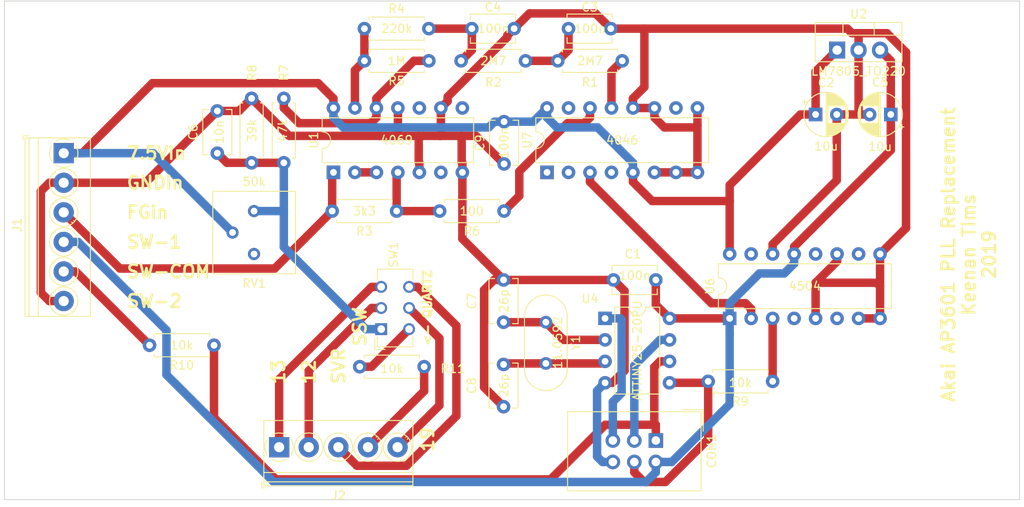
<source format=kicad_pcb>
(kicad_pcb (version 20171130) (host pcbnew 5.1.3)

  (general
    (thickness 1.6)
    (drawings 17)
    (tracks 251)
    (zones 0)
    (modules 35)
    (nets 29)
  )

  (page USLetter)
  (title_block
    (title "AP3601 PLL (Akai AP-206/AP-306)")
    (date 2019-08-04)
    (rev 1)
    (company VE7XEN)
    (comment 1 "Modern replacement for AP3601 PLL")
  )

  (layers
    (0 F.Cu signal)
    (31 B.Cu signal)
    (32 B.Adhes user)
    (33 F.Adhes user)
    (34 B.Paste user)
    (35 F.Paste user)
    (36 B.SilkS user)
    (37 F.SilkS user)
    (38 B.Mask user)
    (39 F.Mask user)
    (40 Dwgs.User user)
    (41 Cmts.User user)
    (42 Eco1.User user)
    (43 Eco2.User user)
    (44 Edge.Cuts user)
    (45 Margin user)
    (46 B.CrtYd user)
    (47 F.CrtYd user)
    (48 B.Fab user)
    (49 F.Fab user)
  )

  (setup
    (last_trace_width 1)
    (trace_clearance 0.5)
    (zone_clearance 0.508)
    (zone_45_only no)
    (trace_min 0.2)
    (via_size 1.5)
    (via_drill 0.8)
    (via_min_size 0.4)
    (via_min_drill 0.3)
    (uvia_size 0.3)
    (uvia_drill 0.1)
    (uvias_allowed no)
    (uvia_min_size 0.2)
    (uvia_min_drill 0.1)
    (edge_width 0.1)
    (segment_width 0.2)
    (pcb_text_width 0.3)
    (pcb_text_size 1.5 1.5)
    (mod_edge_width 0.15)
    (mod_text_size 1 1)
    (mod_text_width 0.15)
    (pad_size 1.524 1.524)
    (pad_drill 0.762)
    (pad_to_mask_clearance 0)
    (aux_axis_origin 0 0)
    (visible_elements FFFFFF7F)
    (pcbplotparams
      (layerselection 0x010fc_ffffffff)
      (usegerberextensions false)
      (usegerberattributes false)
      (usegerberadvancedattributes false)
      (creategerberjobfile false)
      (excludeedgelayer true)
      (linewidth 0.100000)
      (plotframeref false)
      (viasonmask false)
      (mode 1)
      (useauxorigin false)
      (hpglpennumber 1)
      (hpglpenspeed 20)
      (hpglpendiameter 15.000000)
      (psnegative false)
      (psa4output false)
      (plotreference true)
      (plotvalue true)
      (plotinvisibletext false)
      (padsonsilk false)
      (subtractmaskfromsilk false)
      (outputformat 1)
      (mirror false)
      (drillshape 0)
      (scaleselection 1)
      (outputdirectory "outputs/"))
  )

  (net 0 "")
  (net 1 GND)
  (net 2 +5V)
  (net 3 +7.5V)
  (net 4 "Net-(C3-Pad1)")
  (net 5 "Net-(C4-Pad1)")
  (net 6 "Net-(C6-Pad1)")
  (net 7 "Net-(C7-Pad2)")
  (net 8 "Net-(C8-Pad1)")
  (net 9 "Net-(CON1-Pad1)")
  (net 10 "Net-(CON1-Pad3)")
  (net 11 /FREF)
  (net 12 "Net-(CON1-Pad5)")
  (net 13 "Net-(R1-Pad2)")
  (net 14 "Net-(R3-Pad1)")
  (net 15 "Net-(R4-Pad1)")
  (net 16 "Net-(R5-Pad1)")
  (net 17 "Net-(R6-Pad1)")
  (net 18 "Net-(R9-Pad1)")
  (net 19 "Net-(U1-Pad2)")
  (net 20 "Net-(U6-Pad2)")
  (net 21 /FG)
  (net 22 /33-45)
  (net 23 "/13(GRY)")
  (net 24 "/12(WHTBLK)")
  (net 25 /SPDVR)
  (net 26 /SPDSEL)
  (net 27 "/19(WHT)")
  (net 28 "Net-(R11-Pad2)")

  (net_class Default "This is the default net class."
    (clearance 0.5)
    (trace_width 1)
    (via_dia 1.5)
    (via_drill 0.8)
    (uvia_dia 0.3)
    (uvia_drill 0.1)
    (add_net +5V)
    (add_net +7.5V)
    (add_net "/12(WHTBLK)")
    (add_net "/13(GRY)")
    (add_net "/19(WHT)")
    (add_net /33-45)
    (add_net /FG)
    (add_net /FREF)
    (add_net /SPDSEL)
    (add_net /SPDVR)
    (add_net GND)
    (add_net "Net-(C3-Pad1)")
    (add_net "Net-(C4-Pad1)")
    (add_net "Net-(C6-Pad1)")
    (add_net "Net-(C7-Pad2)")
    (add_net "Net-(C8-Pad1)")
    (add_net "Net-(CON1-Pad1)")
    (add_net "Net-(CON1-Pad3)")
    (add_net "Net-(CON1-Pad5)")
    (add_net "Net-(R1-Pad2)")
    (add_net "Net-(R11-Pad2)")
    (add_net "Net-(R3-Pad1)")
    (add_net "Net-(R4-Pad1)")
    (add_net "Net-(R5-Pad1)")
    (add_net "Net-(R6-Pad1)")
    (add_net "Net-(R9-Pad1)")
    (add_net "Net-(U1-Pad2)")
    (add_net "Net-(U6-Pad2)")
  )

  (module Potentiometer_THT:Potentiometer_Bourns_3386P_Vertical (layer F.Cu) (tedit 5AA07388) (tstamp 5D46C1C8)
    (at 74.5 69.85 180)
    (descr "Potentiometer, vertical, Bourns 3386P, https://www.bourns.com/pdfs/3386.pdf")
    (tags "Potentiometer vertical Bourns 3386P")
    (path /5D44C867)
    (fp_text reference RV1 (at -0.015 -8.555) (layer F.SilkS)
      (effects (font (size 1 1) (thickness 0.15)))
    )
    (fp_text value 50k (at -0.015 3.475) (layer F.SilkS)
      (effects (font (size 1 1) (thickness 0.15)))
    )
    (fp_text user %R (at -3.78 -2.54 90) (layer F.Fab)
      (effects (font (size 1 1) (thickness 0.15)))
    )
    (fp_line (start 5 -7.56) (end -5.03 -7.56) (layer F.CrtYd) (width 0.05))
    (fp_line (start 5 2.48) (end 5 -7.56) (layer F.CrtYd) (width 0.05))
    (fp_line (start -5.03 2.48) (end 5 2.48) (layer F.CrtYd) (width 0.05))
    (fp_line (start -5.03 -7.56) (end -5.03 2.48) (layer F.CrtYd) (width 0.05))
    (fp_line (start 4.87 -7.425) (end 4.87 2.345) (layer F.SilkS) (width 0.12))
    (fp_line (start -4.9 -7.425) (end -4.9 2.345) (layer F.SilkS) (width 0.12))
    (fp_line (start -4.9 2.345) (end 4.87 2.345) (layer F.SilkS) (width 0.12))
    (fp_line (start -4.9 -7.425) (end 4.87 -7.425) (layer F.SilkS) (width 0.12))
    (fp_line (start -0.891 -0.98) (end -0.89 -4.099) (layer F.Fab) (width 0.1))
    (fp_line (start -0.891 -0.98) (end -0.89 -4.099) (layer F.Fab) (width 0.1))
    (fp_line (start 4.75 -7.305) (end -4.78 -7.305) (layer F.Fab) (width 0.1))
    (fp_line (start 4.75 2.225) (end 4.75 -7.305) (layer F.Fab) (width 0.1))
    (fp_line (start -4.78 2.225) (end 4.75 2.225) (layer F.Fab) (width 0.1))
    (fp_line (start -4.78 -7.305) (end -4.78 2.225) (layer F.Fab) (width 0.1))
    (fp_circle (center -0.891 -2.54) (end 0.684 -2.54) (layer F.Fab) (width 0.1))
    (pad 1 thru_hole circle (at 0 0 180) (size 1.44 1.44) (drill 0.8) (layers *.Cu *.Mask)
      (net 6 "Net-(C6-Pad1)"))
    (pad 2 thru_hole circle (at 2.54 -2.54 180) (size 1.44 1.44) (drill 0.8) (layers *.Cu *.Mask)
      (net 3 +7.5V))
    (pad 3 thru_hole circle (at 0 -5.08 180) (size 1.44 1.44) (drill 0.8) (layers *.Cu *.Mask))
    (model packages3d/3386P001XXX-coloured.stp
      (at (xyz 0 0 0))
      (scale (xyz 1 1 1))
      (rotate (xyz 0 0 0))
    )
  )

  (module TerminalBlock_Phoenix:TerminalBlock_Phoenix_PT-1,5-6-3.5-H_1x06_P3.50mm_Horizontal (layer F.Cu) (tedit 5B294F41) (tstamp 5D479D0B)
    (at 52 63 270)
    (descr "Terminal Block Phoenix PT-1,5-6-3.5-H, 6 pins, pitch 3.5mm, size 21x7.6mm^2, drill diamater 1.2mm, pad diameter 2.4mm, see , script-generated using https://github.com/pointhi/kicad-footprint-generator/scripts/TerminalBlock_Phoenix")
    (tags "THT Terminal Block Phoenix PT-1,5-6-3.5-H pitch 3.5mm size 21x7.6mm^2 drill 1.2mm pad 2.4mm")
    (path /5D4AC50F)
    (fp_text reference J1 (at 8.5 5.5 90) (layer F.SilkS)
      (effects (font (size 1 1) (thickness 0.15)))
    )
    (fp_text value Screw_Terminal_01x06 (at 8.75 5.56 90) (layer F.Fab) hide
      (effects (font (size 1 1) (thickness 0.15)))
    )
    (fp_arc (start 0 0) (end 0 1.68) (angle -32) (layer F.SilkS) (width 0.12))
    (fp_arc (start 0 0) (end 1.425 0.891) (angle -64) (layer F.SilkS) (width 0.12))
    (fp_arc (start 0 0) (end 0.866 -1.44) (angle -63) (layer F.SilkS) (width 0.12))
    (fp_arc (start 0 0) (end -1.44 -0.866) (angle -63) (layer F.SilkS) (width 0.12))
    (fp_arc (start 0 0) (end -0.866 1.44) (angle -32) (layer F.SilkS) (width 0.12))
    (fp_circle (center 0 0) (end 1.5 0) (layer F.Fab) (width 0.1))
    (fp_circle (center 3.5 0) (end 5 0) (layer F.Fab) (width 0.1))
    (fp_circle (center 3.5 0) (end 5.18 0) (layer F.SilkS) (width 0.12))
    (fp_circle (center 7 0) (end 8.5 0) (layer F.Fab) (width 0.1))
    (fp_circle (center 7 0) (end 8.68 0) (layer F.SilkS) (width 0.12))
    (fp_circle (center 10.5 0) (end 12 0) (layer F.Fab) (width 0.1))
    (fp_circle (center 10.5 0) (end 12.18 0) (layer F.SilkS) (width 0.12))
    (fp_circle (center 14 0) (end 15.5 0) (layer F.Fab) (width 0.1))
    (fp_circle (center 14 0) (end 15.68 0) (layer F.SilkS) (width 0.12))
    (fp_circle (center 17.5 0) (end 19 0) (layer F.Fab) (width 0.1))
    (fp_circle (center 17.5 0) (end 19.18 0) (layer F.SilkS) (width 0.12))
    (fp_line (start -1.75 -3.1) (end 19.25 -3.1) (layer F.Fab) (width 0.1))
    (fp_line (start 19.25 -3.1) (end 19.25 4.5) (layer F.Fab) (width 0.1))
    (fp_line (start 19.25 4.5) (end -1.35 4.5) (layer F.Fab) (width 0.1))
    (fp_line (start -1.35 4.5) (end -1.75 4.1) (layer F.Fab) (width 0.1))
    (fp_line (start -1.75 4.1) (end -1.75 -3.1) (layer F.Fab) (width 0.1))
    (fp_line (start -1.75 4.1) (end 19.25 4.1) (layer F.Fab) (width 0.1))
    (fp_line (start -1.81 4.1) (end 19.311 4.1) (layer F.SilkS) (width 0.12))
    (fp_line (start -1.75 3) (end 19.25 3) (layer F.Fab) (width 0.1))
    (fp_line (start -1.81 3) (end 19.311 3) (layer F.SilkS) (width 0.12))
    (fp_line (start -1.81 -3.16) (end 19.311 -3.16) (layer F.SilkS) (width 0.12))
    (fp_line (start -1.81 4.56) (end 19.311 4.56) (layer F.SilkS) (width 0.12))
    (fp_line (start -1.81 -3.16) (end -1.81 4.56) (layer F.SilkS) (width 0.12))
    (fp_line (start 19.311 -3.16) (end 19.311 4.56) (layer F.SilkS) (width 0.12))
    (fp_line (start 1.138 -0.955) (end -0.955 1.138) (layer F.Fab) (width 0.1))
    (fp_line (start 0.955 -1.138) (end -1.138 0.955) (layer F.Fab) (width 0.1))
    (fp_line (start 4.638 -0.955) (end 2.546 1.138) (layer F.Fab) (width 0.1))
    (fp_line (start 4.455 -1.138) (end 2.363 0.955) (layer F.Fab) (width 0.1))
    (fp_line (start 4.775 -1.069) (end 4.646 -0.941) (layer F.SilkS) (width 0.12))
    (fp_line (start 2.525 1.181) (end 2.431 1.274) (layer F.SilkS) (width 0.12))
    (fp_line (start 4.57 -1.275) (end 4.476 -1.181) (layer F.SilkS) (width 0.12))
    (fp_line (start 2.355 0.941) (end 2.226 1.069) (layer F.SilkS) (width 0.12))
    (fp_line (start 8.138 -0.955) (end 6.046 1.138) (layer F.Fab) (width 0.1))
    (fp_line (start 7.955 -1.138) (end 5.863 0.955) (layer F.Fab) (width 0.1))
    (fp_line (start 8.275 -1.069) (end 8.146 -0.941) (layer F.SilkS) (width 0.12))
    (fp_line (start 6.025 1.181) (end 5.931 1.274) (layer F.SilkS) (width 0.12))
    (fp_line (start 8.07 -1.275) (end 7.976 -1.181) (layer F.SilkS) (width 0.12))
    (fp_line (start 5.855 0.941) (end 5.726 1.069) (layer F.SilkS) (width 0.12))
    (fp_line (start 11.638 -0.955) (end 9.546 1.138) (layer F.Fab) (width 0.1))
    (fp_line (start 11.455 -1.138) (end 9.363 0.955) (layer F.Fab) (width 0.1))
    (fp_line (start 11.775 -1.069) (end 11.646 -0.941) (layer F.SilkS) (width 0.12))
    (fp_line (start 9.525 1.181) (end 9.431 1.274) (layer F.SilkS) (width 0.12))
    (fp_line (start 11.57 -1.275) (end 11.476 -1.181) (layer F.SilkS) (width 0.12))
    (fp_line (start 9.355 0.941) (end 9.226 1.069) (layer F.SilkS) (width 0.12))
    (fp_line (start 15.138 -0.955) (end 13.046 1.138) (layer F.Fab) (width 0.1))
    (fp_line (start 14.955 -1.138) (end 12.863 0.955) (layer F.Fab) (width 0.1))
    (fp_line (start 15.275 -1.069) (end 15.146 -0.941) (layer F.SilkS) (width 0.12))
    (fp_line (start 13.025 1.181) (end 12.931 1.274) (layer F.SilkS) (width 0.12))
    (fp_line (start 15.07 -1.275) (end 14.976 -1.181) (layer F.SilkS) (width 0.12))
    (fp_line (start 12.855 0.941) (end 12.726 1.069) (layer F.SilkS) (width 0.12))
    (fp_line (start 18.638 -0.955) (end 16.546 1.138) (layer F.Fab) (width 0.1))
    (fp_line (start 18.455 -1.138) (end 16.363 0.955) (layer F.Fab) (width 0.1))
    (fp_line (start 18.775 -1.069) (end 18.646 -0.941) (layer F.SilkS) (width 0.12))
    (fp_line (start 16.525 1.181) (end 16.431 1.274) (layer F.SilkS) (width 0.12))
    (fp_line (start 18.57 -1.275) (end 18.476 -1.181) (layer F.SilkS) (width 0.12))
    (fp_line (start 16.355 0.941) (end 16.226 1.069) (layer F.SilkS) (width 0.12))
    (fp_line (start -2.05 4.16) (end -2.05 4.8) (layer F.SilkS) (width 0.12))
    (fp_line (start -2.05 4.8) (end -1.65 4.8) (layer F.SilkS) (width 0.12))
    (fp_line (start -2.25 -3.6) (end -2.25 5) (layer F.CrtYd) (width 0.05))
    (fp_line (start -2.25 5) (end 19.75 5) (layer F.CrtYd) (width 0.05))
    (fp_line (start 19.75 5) (end 19.75 -3.6) (layer F.CrtYd) (width 0.05))
    (fp_line (start 19.75 -3.6) (end -2.25 -3.6) (layer F.CrtYd) (width 0.05))
    (fp_text user %R (at 8.75 2.4 90) (layer F.Fab)
      (effects (font (size 1 1) (thickness 0.15)))
    )
    (pad 1 thru_hole rect (at 0 0 270) (size 2.4 2.4) (drill 1.2) (layers *.Cu *.Mask)
      (net 3 +7.5V))
    (pad 2 thru_hole circle (at 3.5 0 270) (size 2.4 2.4) (drill 1.2) (layers *.Cu *.Mask)
      (net 1 GND))
    (pad 3 thru_hole circle (at 7 0 270) (size 2.4 2.4) (drill 1.2) (layers *.Cu *.Mask)
      (net 21 /FG))
    (pad 4 thru_hole circle (at 10.5 0 270) (size 2.4 2.4) (drill 1.2) (layers *.Cu *.Mask)
      (net 2 +5V))
    (pad 5 thru_hole circle (at 14 0 270) (size 2.4 2.4) (drill 1.2) (layers *.Cu *.Mask)
      (net 22 /33-45))
    (pad 6 thru_hole circle (at 17.5 0 270) (size 2.4 2.4) (drill 1.2) (layers *.Cu *.Mask)
      (net 1 GND))
    (model packages3d/pxc_1985001_04_PTSA-1-5-6-3-5-F_3D.stp
      (offset (xyz -3.2 7.2 0))
      (scale (xyz 1 1 1))
      (rotate (xyz -90 0 90))
    )
  )

  (module Capacitor_THT:CP_Radial_D5.0mm_P2.50mm (layer F.Cu) (tedit 5AE50EF0) (tstamp 5D46C016)
    (at 149.78 58.42 180)
    (descr "CP, Radial series, Radial, pin pitch=2.50mm, , diameter=5mm, Electrolytic Capacitor")
    (tags "CP Radial series Radial pin pitch 2.50mm  diameter 5mm Electrolytic Capacitor")
    (path /5D4AABE8)
    (fp_text reference C5 (at 1.25 3.81) (layer F.SilkS)
      (effects (font (size 1 1) (thickness 0.15)))
    )
    (fp_text value 10u (at 1.27 -3.81) (layer F.SilkS)
      (effects (font (size 1 1) (thickness 0.15)))
    )
    (fp_circle (center 1.25 0) (end 3.75 0) (layer F.Fab) (width 0.1))
    (fp_circle (center 1.25 0) (end 3.87 0) (layer F.SilkS) (width 0.12))
    (fp_circle (center 1.25 0) (end 4 0) (layer F.CrtYd) (width 0.05))
    (fp_line (start -0.883605 -1.0875) (end -0.383605 -1.0875) (layer F.Fab) (width 0.1))
    (fp_line (start -0.633605 -1.3375) (end -0.633605 -0.8375) (layer F.Fab) (width 0.1))
    (fp_line (start 1.25 -2.58) (end 1.25 2.58) (layer F.SilkS) (width 0.12))
    (fp_line (start 1.29 -2.58) (end 1.29 2.58) (layer F.SilkS) (width 0.12))
    (fp_line (start 1.33 -2.579) (end 1.33 2.579) (layer F.SilkS) (width 0.12))
    (fp_line (start 1.37 -2.578) (end 1.37 2.578) (layer F.SilkS) (width 0.12))
    (fp_line (start 1.41 -2.576) (end 1.41 2.576) (layer F.SilkS) (width 0.12))
    (fp_line (start 1.45 -2.573) (end 1.45 2.573) (layer F.SilkS) (width 0.12))
    (fp_line (start 1.49 -2.569) (end 1.49 -1.04) (layer F.SilkS) (width 0.12))
    (fp_line (start 1.49 1.04) (end 1.49 2.569) (layer F.SilkS) (width 0.12))
    (fp_line (start 1.53 -2.565) (end 1.53 -1.04) (layer F.SilkS) (width 0.12))
    (fp_line (start 1.53 1.04) (end 1.53 2.565) (layer F.SilkS) (width 0.12))
    (fp_line (start 1.57 -2.561) (end 1.57 -1.04) (layer F.SilkS) (width 0.12))
    (fp_line (start 1.57 1.04) (end 1.57 2.561) (layer F.SilkS) (width 0.12))
    (fp_line (start 1.61 -2.556) (end 1.61 -1.04) (layer F.SilkS) (width 0.12))
    (fp_line (start 1.61 1.04) (end 1.61 2.556) (layer F.SilkS) (width 0.12))
    (fp_line (start 1.65 -2.55) (end 1.65 -1.04) (layer F.SilkS) (width 0.12))
    (fp_line (start 1.65 1.04) (end 1.65 2.55) (layer F.SilkS) (width 0.12))
    (fp_line (start 1.69 -2.543) (end 1.69 -1.04) (layer F.SilkS) (width 0.12))
    (fp_line (start 1.69 1.04) (end 1.69 2.543) (layer F.SilkS) (width 0.12))
    (fp_line (start 1.73 -2.536) (end 1.73 -1.04) (layer F.SilkS) (width 0.12))
    (fp_line (start 1.73 1.04) (end 1.73 2.536) (layer F.SilkS) (width 0.12))
    (fp_line (start 1.77 -2.528) (end 1.77 -1.04) (layer F.SilkS) (width 0.12))
    (fp_line (start 1.77 1.04) (end 1.77 2.528) (layer F.SilkS) (width 0.12))
    (fp_line (start 1.81 -2.52) (end 1.81 -1.04) (layer F.SilkS) (width 0.12))
    (fp_line (start 1.81 1.04) (end 1.81 2.52) (layer F.SilkS) (width 0.12))
    (fp_line (start 1.85 -2.511) (end 1.85 -1.04) (layer F.SilkS) (width 0.12))
    (fp_line (start 1.85 1.04) (end 1.85 2.511) (layer F.SilkS) (width 0.12))
    (fp_line (start 1.89 -2.501) (end 1.89 -1.04) (layer F.SilkS) (width 0.12))
    (fp_line (start 1.89 1.04) (end 1.89 2.501) (layer F.SilkS) (width 0.12))
    (fp_line (start 1.93 -2.491) (end 1.93 -1.04) (layer F.SilkS) (width 0.12))
    (fp_line (start 1.93 1.04) (end 1.93 2.491) (layer F.SilkS) (width 0.12))
    (fp_line (start 1.971 -2.48) (end 1.971 -1.04) (layer F.SilkS) (width 0.12))
    (fp_line (start 1.971 1.04) (end 1.971 2.48) (layer F.SilkS) (width 0.12))
    (fp_line (start 2.011 -2.468) (end 2.011 -1.04) (layer F.SilkS) (width 0.12))
    (fp_line (start 2.011 1.04) (end 2.011 2.468) (layer F.SilkS) (width 0.12))
    (fp_line (start 2.051 -2.455) (end 2.051 -1.04) (layer F.SilkS) (width 0.12))
    (fp_line (start 2.051 1.04) (end 2.051 2.455) (layer F.SilkS) (width 0.12))
    (fp_line (start 2.091 -2.442) (end 2.091 -1.04) (layer F.SilkS) (width 0.12))
    (fp_line (start 2.091 1.04) (end 2.091 2.442) (layer F.SilkS) (width 0.12))
    (fp_line (start 2.131 -2.428) (end 2.131 -1.04) (layer F.SilkS) (width 0.12))
    (fp_line (start 2.131 1.04) (end 2.131 2.428) (layer F.SilkS) (width 0.12))
    (fp_line (start 2.171 -2.414) (end 2.171 -1.04) (layer F.SilkS) (width 0.12))
    (fp_line (start 2.171 1.04) (end 2.171 2.414) (layer F.SilkS) (width 0.12))
    (fp_line (start 2.211 -2.398) (end 2.211 -1.04) (layer F.SilkS) (width 0.12))
    (fp_line (start 2.211 1.04) (end 2.211 2.398) (layer F.SilkS) (width 0.12))
    (fp_line (start 2.251 -2.382) (end 2.251 -1.04) (layer F.SilkS) (width 0.12))
    (fp_line (start 2.251 1.04) (end 2.251 2.382) (layer F.SilkS) (width 0.12))
    (fp_line (start 2.291 -2.365) (end 2.291 -1.04) (layer F.SilkS) (width 0.12))
    (fp_line (start 2.291 1.04) (end 2.291 2.365) (layer F.SilkS) (width 0.12))
    (fp_line (start 2.331 -2.348) (end 2.331 -1.04) (layer F.SilkS) (width 0.12))
    (fp_line (start 2.331 1.04) (end 2.331 2.348) (layer F.SilkS) (width 0.12))
    (fp_line (start 2.371 -2.329) (end 2.371 -1.04) (layer F.SilkS) (width 0.12))
    (fp_line (start 2.371 1.04) (end 2.371 2.329) (layer F.SilkS) (width 0.12))
    (fp_line (start 2.411 -2.31) (end 2.411 -1.04) (layer F.SilkS) (width 0.12))
    (fp_line (start 2.411 1.04) (end 2.411 2.31) (layer F.SilkS) (width 0.12))
    (fp_line (start 2.451 -2.29) (end 2.451 -1.04) (layer F.SilkS) (width 0.12))
    (fp_line (start 2.451 1.04) (end 2.451 2.29) (layer F.SilkS) (width 0.12))
    (fp_line (start 2.491 -2.268) (end 2.491 -1.04) (layer F.SilkS) (width 0.12))
    (fp_line (start 2.491 1.04) (end 2.491 2.268) (layer F.SilkS) (width 0.12))
    (fp_line (start 2.531 -2.247) (end 2.531 -1.04) (layer F.SilkS) (width 0.12))
    (fp_line (start 2.531 1.04) (end 2.531 2.247) (layer F.SilkS) (width 0.12))
    (fp_line (start 2.571 -2.224) (end 2.571 -1.04) (layer F.SilkS) (width 0.12))
    (fp_line (start 2.571 1.04) (end 2.571 2.224) (layer F.SilkS) (width 0.12))
    (fp_line (start 2.611 -2.2) (end 2.611 -1.04) (layer F.SilkS) (width 0.12))
    (fp_line (start 2.611 1.04) (end 2.611 2.2) (layer F.SilkS) (width 0.12))
    (fp_line (start 2.651 -2.175) (end 2.651 -1.04) (layer F.SilkS) (width 0.12))
    (fp_line (start 2.651 1.04) (end 2.651 2.175) (layer F.SilkS) (width 0.12))
    (fp_line (start 2.691 -2.149) (end 2.691 -1.04) (layer F.SilkS) (width 0.12))
    (fp_line (start 2.691 1.04) (end 2.691 2.149) (layer F.SilkS) (width 0.12))
    (fp_line (start 2.731 -2.122) (end 2.731 -1.04) (layer F.SilkS) (width 0.12))
    (fp_line (start 2.731 1.04) (end 2.731 2.122) (layer F.SilkS) (width 0.12))
    (fp_line (start 2.771 -2.095) (end 2.771 -1.04) (layer F.SilkS) (width 0.12))
    (fp_line (start 2.771 1.04) (end 2.771 2.095) (layer F.SilkS) (width 0.12))
    (fp_line (start 2.811 -2.065) (end 2.811 -1.04) (layer F.SilkS) (width 0.12))
    (fp_line (start 2.811 1.04) (end 2.811 2.065) (layer F.SilkS) (width 0.12))
    (fp_line (start 2.851 -2.035) (end 2.851 -1.04) (layer F.SilkS) (width 0.12))
    (fp_line (start 2.851 1.04) (end 2.851 2.035) (layer F.SilkS) (width 0.12))
    (fp_line (start 2.891 -2.004) (end 2.891 -1.04) (layer F.SilkS) (width 0.12))
    (fp_line (start 2.891 1.04) (end 2.891 2.004) (layer F.SilkS) (width 0.12))
    (fp_line (start 2.931 -1.971) (end 2.931 -1.04) (layer F.SilkS) (width 0.12))
    (fp_line (start 2.931 1.04) (end 2.931 1.971) (layer F.SilkS) (width 0.12))
    (fp_line (start 2.971 -1.937) (end 2.971 -1.04) (layer F.SilkS) (width 0.12))
    (fp_line (start 2.971 1.04) (end 2.971 1.937) (layer F.SilkS) (width 0.12))
    (fp_line (start 3.011 -1.901) (end 3.011 -1.04) (layer F.SilkS) (width 0.12))
    (fp_line (start 3.011 1.04) (end 3.011 1.901) (layer F.SilkS) (width 0.12))
    (fp_line (start 3.051 -1.864) (end 3.051 -1.04) (layer F.SilkS) (width 0.12))
    (fp_line (start 3.051 1.04) (end 3.051 1.864) (layer F.SilkS) (width 0.12))
    (fp_line (start 3.091 -1.826) (end 3.091 -1.04) (layer F.SilkS) (width 0.12))
    (fp_line (start 3.091 1.04) (end 3.091 1.826) (layer F.SilkS) (width 0.12))
    (fp_line (start 3.131 -1.785) (end 3.131 -1.04) (layer F.SilkS) (width 0.12))
    (fp_line (start 3.131 1.04) (end 3.131 1.785) (layer F.SilkS) (width 0.12))
    (fp_line (start 3.171 -1.743) (end 3.171 -1.04) (layer F.SilkS) (width 0.12))
    (fp_line (start 3.171 1.04) (end 3.171 1.743) (layer F.SilkS) (width 0.12))
    (fp_line (start 3.211 -1.699) (end 3.211 -1.04) (layer F.SilkS) (width 0.12))
    (fp_line (start 3.211 1.04) (end 3.211 1.699) (layer F.SilkS) (width 0.12))
    (fp_line (start 3.251 -1.653) (end 3.251 -1.04) (layer F.SilkS) (width 0.12))
    (fp_line (start 3.251 1.04) (end 3.251 1.653) (layer F.SilkS) (width 0.12))
    (fp_line (start 3.291 -1.605) (end 3.291 -1.04) (layer F.SilkS) (width 0.12))
    (fp_line (start 3.291 1.04) (end 3.291 1.605) (layer F.SilkS) (width 0.12))
    (fp_line (start 3.331 -1.554) (end 3.331 -1.04) (layer F.SilkS) (width 0.12))
    (fp_line (start 3.331 1.04) (end 3.331 1.554) (layer F.SilkS) (width 0.12))
    (fp_line (start 3.371 -1.5) (end 3.371 -1.04) (layer F.SilkS) (width 0.12))
    (fp_line (start 3.371 1.04) (end 3.371 1.5) (layer F.SilkS) (width 0.12))
    (fp_line (start 3.411 -1.443) (end 3.411 -1.04) (layer F.SilkS) (width 0.12))
    (fp_line (start 3.411 1.04) (end 3.411 1.443) (layer F.SilkS) (width 0.12))
    (fp_line (start 3.451 -1.383) (end 3.451 -1.04) (layer F.SilkS) (width 0.12))
    (fp_line (start 3.451 1.04) (end 3.451 1.383) (layer F.SilkS) (width 0.12))
    (fp_line (start 3.491 -1.319) (end 3.491 -1.04) (layer F.SilkS) (width 0.12))
    (fp_line (start 3.491 1.04) (end 3.491 1.319) (layer F.SilkS) (width 0.12))
    (fp_line (start 3.531 -1.251) (end 3.531 -1.04) (layer F.SilkS) (width 0.12))
    (fp_line (start 3.531 1.04) (end 3.531 1.251) (layer F.SilkS) (width 0.12))
    (fp_line (start 3.571 -1.178) (end 3.571 1.178) (layer F.SilkS) (width 0.12))
    (fp_line (start 3.611 -1.098) (end 3.611 1.098) (layer F.SilkS) (width 0.12))
    (fp_line (start 3.651 -1.011) (end 3.651 1.011) (layer F.SilkS) (width 0.12))
    (fp_line (start 3.691 -0.915) (end 3.691 0.915) (layer F.SilkS) (width 0.12))
    (fp_line (start 3.731 -0.805) (end 3.731 0.805) (layer F.SilkS) (width 0.12))
    (fp_line (start 3.771 -0.677) (end 3.771 0.677) (layer F.SilkS) (width 0.12))
    (fp_line (start 3.811 -0.518) (end 3.811 0.518) (layer F.SilkS) (width 0.12))
    (fp_line (start 3.851 -0.284) (end 3.851 0.284) (layer F.SilkS) (width 0.12))
    (fp_line (start -1.554775 -1.475) (end -1.054775 -1.475) (layer F.SilkS) (width 0.12))
    (fp_line (start -1.304775 -1.725) (end -1.304775 -1.225) (layer F.SilkS) (width 0.12))
    (fp_text user %R (at 1.25 0) (layer F.Fab)
      (effects (font (size 1 1) (thickness 0.15)))
    )
    (pad 1 thru_hole rect (at 0 0 180) (size 1.6 1.6) (drill 0.8) (layers *.Cu *.Mask)
      (net 2 +5V))
    (pad 2 thru_hole circle (at 2.5 0 180) (size 1.6 1.6) (drill 0.8) (layers *.Cu *.Mask)
      (net 1 GND))
    (model ${KISYS3DMOD}/Capacitor_THT.3dshapes/CP_Radial_D5.0mm_P2.50mm.wrl
      (at (xyz 0 0 0))
      (scale (xyz 1 1 1))
      (rotate (xyz 0 0 0))
    )
  )

  (module Capacitor_THT:C_Disc_D5.1mm_W3.2mm_P5.00mm (layer F.Cu) (tedit 5AE50EF0) (tstamp 5D46BEE4)
    (at 122 78 180)
    (descr "C, Disc series, Radial, pin pitch=5.00mm, , diameter*width=5.1*3.2mm^2, Capacitor, http://www.vishay.com/docs/45233/krseries.pdf")
    (tags "C Disc series Radial pin pitch 5.00mm  diameter 5.1mm width 3.2mm Capacitor")
    (path /5D3FFFEF)
    (fp_text reference C1 (at 2.7 3.07) (layer F.SilkS)
      (effects (font (size 1 1) (thickness 0.15)))
    )
    (fp_text value 100n (at 2.5 0.53) (layer F.SilkS)
      (effects (font (size 1 1) (thickness 0.15)))
    )
    (fp_line (start -0.05 -1.6) (end -0.05 1.6) (layer F.Fab) (width 0.1))
    (fp_line (start -0.05 1.6) (end 5.05 1.6) (layer F.Fab) (width 0.1))
    (fp_line (start 5.05 1.6) (end 5.05 -1.6) (layer F.Fab) (width 0.1))
    (fp_line (start 5.05 -1.6) (end -0.05 -1.6) (layer F.Fab) (width 0.1))
    (fp_line (start -0.17 -1.721) (end 5.17 -1.721) (layer F.SilkS) (width 0.12))
    (fp_line (start -0.17 1.721) (end 5.17 1.721) (layer F.SilkS) (width 0.12))
    (fp_line (start -0.17 -1.721) (end -0.17 -1.055) (layer F.SilkS) (width 0.12))
    (fp_line (start -0.17 1.055) (end -0.17 1.721) (layer F.SilkS) (width 0.12))
    (fp_line (start 5.17 -1.721) (end 5.17 -1.055) (layer F.SilkS) (width 0.12))
    (fp_line (start 5.17 1.055) (end 5.17 1.721) (layer F.SilkS) (width 0.12))
    (fp_line (start -1.05 -1.85) (end -1.05 1.85) (layer F.CrtYd) (width 0.05))
    (fp_line (start -1.05 1.85) (end 6.05 1.85) (layer F.CrtYd) (width 0.05))
    (fp_line (start 6.05 1.85) (end 6.05 -1.85) (layer F.CrtYd) (width 0.05))
    (fp_line (start 6.05 -1.85) (end -1.05 -1.85) (layer F.CrtYd) (width 0.05))
    (fp_text user %R (at 2.5 0) (layer F.Fab)
      (effects (font (size 1 1) (thickness 0.15)))
    )
    (pad 1 thru_hole circle (at 0 0 180) (size 1.6 1.6) (drill 0.8) (layers *.Cu *.Mask)
      (net 2 +5V))
    (pad 2 thru_hole circle (at 5 0 180) (size 1.6 1.6) (drill 0.8) (layers *.Cu *.Mask)
      (net 1 GND))
    (model ${KISYS3DMOD}/Capacitor_THT.3dshapes/C_Disc_D5.1mm_W3.2mm_P5.00mm.wrl
      (at (xyz 0 0 0))
      (scale (xyz 1 1 1))
      (rotate (xyz 0 0 0))
    )
  )

  (module Capacitor_THT:CP_Radial_D5.0mm_P2.50mm (layer F.Cu) (tedit 5AE50EF0) (tstamp 5D46BF68)
    (at 140.89 58.42)
    (descr "CP, Radial series, Radial, pin pitch=2.50mm, , diameter=5mm, Electrolytic Capacitor")
    (tags "CP Radial series Radial pin pitch 2.50mm  diameter 5mm Electrolytic Capacitor")
    (path /5D4AAAF2)
    (fp_text reference C2 (at 1.25 -3.75) (layer F.SilkS)
      (effects (font (size 1 1) (thickness 0.15)))
    )
    (fp_text value 10u (at 1.25 3.75) (layer F.SilkS)
      (effects (font (size 1 1) (thickness 0.15)))
    )
    (fp_text user %R (at 1.25 0) (layer F.Fab)
      (effects (font (size 1 1) (thickness 0.15)))
    )
    (fp_line (start -1.304775 -1.725) (end -1.304775 -1.225) (layer F.SilkS) (width 0.12))
    (fp_line (start -1.554775 -1.475) (end -1.054775 -1.475) (layer F.SilkS) (width 0.12))
    (fp_line (start 3.851 -0.284) (end 3.851 0.284) (layer F.SilkS) (width 0.12))
    (fp_line (start 3.811 -0.518) (end 3.811 0.518) (layer F.SilkS) (width 0.12))
    (fp_line (start 3.771 -0.677) (end 3.771 0.677) (layer F.SilkS) (width 0.12))
    (fp_line (start 3.731 -0.805) (end 3.731 0.805) (layer F.SilkS) (width 0.12))
    (fp_line (start 3.691 -0.915) (end 3.691 0.915) (layer F.SilkS) (width 0.12))
    (fp_line (start 3.651 -1.011) (end 3.651 1.011) (layer F.SilkS) (width 0.12))
    (fp_line (start 3.611 -1.098) (end 3.611 1.098) (layer F.SilkS) (width 0.12))
    (fp_line (start 3.571 -1.178) (end 3.571 1.178) (layer F.SilkS) (width 0.12))
    (fp_line (start 3.531 1.04) (end 3.531 1.251) (layer F.SilkS) (width 0.12))
    (fp_line (start 3.531 -1.251) (end 3.531 -1.04) (layer F.SilkS) (width 0.12))
    (fp_line (start 3.491 1.04) (end 3.491 1.319) (layer F.SilkS) (width 0.12))
    (fp_line (start 3.491 -1.319) (end 3.491 -1.04) (layer F.SilkS) (width 0.12))
    (fp_line (start 3.451 1.04) (end 3.451 1.383) (layer F.SilkS) (width 0.12))
    (fp_line (start 3.451 -1.383) (end 3.451 -1.04) (layer F.SilkS) (width 0.12))
    (fp_line (start 3.411 1.04) (end 3.411 1.443) (layer F.SilkS) (width 0.12))
    (fp_line (start 3.411 -1.443) (end 3.411 -1.04) (layer F.SilkS) (width 0.12))
    (fp_line (start 3.371 1.04) (end 3.371 1.5) (layer F.SilkS) (width 0.12))
    (fp_line (start 3.371 -1.5) (end 3.371 -1.04) (layer F.SilkS) (width 0.12))
    (fp_line (start 3.331 1.04) (end 3.331 1.554) (layer F.SilkS) (width 0.12))
    (fp_line (start 3.331 -1.554) (end 3.331 -1.04) (layer F.SilkS) (width 0.12))
    (fp_line (start 3.291 1.04) (end 3.291 1.605) (layer F.SilkS) (width 0.12))
    (fp_line (start 3.291 -1.605) (end 3.291 -1.04) (layer F.SilkS) (width 0.12))
    (fp_line (start 3.251 1.04) (end 3.251 1.653) (layer F.SilkS) (width 0.12))
    (fp_line (start 3.251 -1.653) (end 3.251 -1.04) (layer F.SilkS) (width 0.12))
    (fp_line (start 3.211 1.04) (end 3.211 1.699) (layer F.SilkS) (width 0.12))
    (fp_line (start 3.211 -1.699) (end 3.211 -1.04) (layer F.SilkS) (width 0.12))
    (fp_line (start 3.171 1.04) (end 3.171 1.743) (layer F.SilkS) (width 0.12))
    (fp_line (start 3.171 -1.743) (end 3.171 -1.04) (layer F.SilkS) (width 0.12))
    (fp_line (start 3.131 1.04) (end 3.131 1.785) (layer F.SilkS) (width 0.12))
    (fp_line (start 3.131 -1.785) (end 3.131 -1.04) (layer F.SilkS) (width 0.12))
    (fp_line (start 3.091 1.04) (end 3.091 1.826) (layer F.SilkS) (width 0.12))
    (fp_line (start 3.091 -1.826) (end 3.091 -1.04) (layer F.SilkS) (width 0.12))
    (fp_line (start 3.051 1.04) (end 3.051 1.864) (layer F.SilkS) (width 0.12))
    (fp_line (start 3.051 -1.864) (end 3.051 -1.04) (layer F.SilkS) (width 0.12))
    (fp_line (start 3.011 1.04) (end 3.011 1.901) (layer F.SilkS) (width 0.12))
    (fp_line (start 3.011 -1.901) (end 3.011 -1.04) (layer F.SilkS) (width 0.12))
    (fp_line (start 2.971 1.04) (end 2.971 1.937) (layer F.SilkS) (width 0.12))
    (fp_line (start 2.971 -1.937) (end 2.971 -1.04) (layer F.SilkS) (width 0.12))
    (fp_line (start 2.931 1.04) (end 2.931 1.971) (layer F.SilkS) (width 0.12))
    (fp_line (start 2.931 -1.971) (end 2.931 -1.04) (layer F.SilkS) (width 0.12))
    (fp_line (start 2.891 1.04) (end 2.891 2.004) (layer F.SilkS) (width 0.12))
    (fp_line (start 2.891 -2.004) (end 2.891 -1.04) (layer F.SilkS) (width 0.12))
    (fp_line (start 2.851 1.04) (end 2.851 2.035) (layer F.SilkS) (width 0.12))
    (fp_line (start 2.851 -2.035) (end 2.851 -1.04) (layer F.SilkS) (width 0.12))
    (fp_line (start 2.811 1.04) (end 2.811 2.065) (layer F.SilkS) (width 0.12))
    (fp_line (start 2.811 -2.065) (end 2.811 -1.04) (layer F.SilkS) (width 0.12))
    (fp_line (start 2.771 1.04) (end 2.771 2.095) (layer F.SilkS) (width 0.12))
    (fp_line (start 2.771 -2.095) (end 2.771 -1.04) (layer F.SilkS) (width 0.12))
    (fp_line (start 2.731 1.04) (end 2.731 2.122) (layer F.SilkS) (width 0.12))
    (fp_line (start 2.731 -2.122) (end 2.731 -1.04) (layer F.SilkS) (width 0.12))
    (fp_line (start 2.691 1.04) (end 2.691 2.149) (layer F.SilkS) (width 0.12))
    (fp_line (start 2.691 -2.149) (end 2.691 -1.04) (layer F.SilkS) (width 0.12))
    (fp_line (start 2.651 1.04) (end 2.651 2.175) (layer F.SilkS) (width 0.12))
    (fp_line (start 2.651 -2.175) (end 2.651 -1.04) (layer F.SilkS) (width 0.12))
    (fp_line (start 2.611 1.04) (end 2.611 2.2) (layer F.SilkS) (width 0.12))
    (fp_line (start 2.611 -2.2) (end 2.611 -1.04) (layer F.SilkS) (width 0.12))
    (fp_line (start 2.571 1.04) (end 2.571 2.224) (layer F.SilkS) (width 0.12))
    (fp_line (start 2.571 -2.224) (end 2.571 -1.04) (layer F.SilkS) (width 0.12))
    (fp_line (start 2.531 1.04) (end 2.531 2.247) (layer F.SilkS) (width 0.12))
    (fp_line (start 2.531 -2.247) (end 2.531 -1.04) (layer F.SilkS) (width 0.12))
    (fp_line (start 2.491 1.04) (end 2.491 2.268) (layer F.SilkS) (width 0.12))
    (fp_line (start 2.491 -2.268) (end 2.491 -1.04) (layer F.SilkS) (width 0.12))
    (fp_line (start 2.451 1.04) (end 2.451 2.29) (layer F.SilkS) (width 0.12))
    (fp_line (start 2.451 -2.29) (end 2.451 -1.04) (layer F.SilkS) (width 0.12))
    (fp_line (start 2.411 1.04) (end 2.411 2.31) (layer F.SilkS) (width 0.12))
    (fp_line (start 2.411 -2.31) (end 2.411 -1.04) (layer F.SilkS) (width 0.12))
    (fp_line (start 2.371 1.04) (end 2.371 2.329) (layer F.SilkS) (width 0.12))
    (fp_line (start 2.371 -2.329) (end 2.371 -1.04) (layer F.SilkS) (width 0.12))
    (fp_line (start 2.331 1.04) (end 2.331 2.348) (layer F.SilkS) (width 0.12))
    (fp_line (start 2.331 -2.348) (end 2.331 -1.04) (layer F.SilkS) (width 0.12))
    (fp_line (start 2.291 1.04) (end 2.291 2.365) (layer F.SilkS) (width 0.12))
    (fp_line (start 2.291 -2.365) (end 2.291 -1.04) (layer F.SilkS) (width 0.12))
    (fp_line (start 2.251 1.04) (end 2.251 2.382) (layer F.SilkS) (width 0.12))
    (fp_line (start 2.251 -2.382) (end 2.251 -1.04) (layer F.SilkS) (width 0.12))
    (fp_line (start 2.211 1.04) (end 2.211 2.398) (layer F.SilkS) (width 0.12))
    (fp_line (start 2.211 -2.398) (end 2.211 -1.04) (layer F.SilkS) (width 0.12))
    (fp_line (start 2.171 1.04) (end 2.171 2.414) (layer F.SilkS) (width 0.12))
    (fp_line (start 2.171 -2.414) (end 2.171 -1.04) (layer F.SilkS) (width 0.12))
    (fp_line (start 2.131 1.04) (end 2.131 2.428) (layer F.SilkS) (width 0.12))
    (fp_line (start 2.131 -2.428) (end 2.131 -1.04) (layer F.SilkS) (width 0.12))
    (fp_line (start 2.091 1.04) (end 2.091 2.442) (layer F.SilkS) (width 0.12))
    (fp_line (start 2.091 -2.442) (end 2.091 -1.04) (layer F.SilkS) (width 0.12))
    (fp_line (start 2.051 1.04) (end 2.051 2.455) (layer F.SilkS) (width 0.12))
    (fp_line (start 2.051 -2.455) (end 2.051 -1.04) (layer F.SilkS) (width 0.12))
    (fp_line (start 2.011 1.04) (end 2.011 2.468) (layer F.SilkS) (width 0.12))
    (fp_line (start 2.011 -2.468) (end 2.011 -1.04) (layer F.SilkS) (width 0.12))
    (fp_line (start 1.971 1.04) (end 1.971 2.48) (layer F.SilkS) (width 0.12))
    (fp_line (start 1.971 -2.48) (end 1.971 -1.04) (layer F.SilkS) (width 0.12))
    (fp_line (start 1.93 1.04) (end 1.93 2.491) (layer F.SilkS) (width 0.12))
    (fp_line (start 1.93 -2.491) (end 1.93 -1.04) (layer F.SilkS) (width 0.12))
    (fp_line (start 1.89 1.04) (end 1.89 2.501) (layer F.SilkS) (width 0.12))
    (fp_line (start 1.89 -2.501) (end 1.89 -1.04) (layer F.SilkS) (width 0.12))
    (fp_line (start 1.85 1.04) (end 1.85 2.511) (layer F.SilkS) (width 0.12))
    (fp_line (start 1.85 -2.511) (end 1.85 -1.04) (layer F.SilkS) (width 0.12))
    (fp_line (start 1.81 1.04) (end 1.81 2.52) (layer F.SilkS) (width 0.12))
    (fp_line (start 1.81 -2.52) (end 1.81 -1.04) (layer F.SilkS) (width 0.12))
    (fp_line (start 1.77 1.04) (end 1.77 2.528) (layer F.SilkS) (width 0.12))
    (fp_line (start 1.77 -2.528) (end 1.77 -1.04) (layer F.SilkS) (width 0.12))
    (fp_line (start 1.73 1.04) (end 1.73 2.536) (layer F.SilkS) (width 0.12))
    (fp_line (start 1.73 -2.536) (end 1.73 -1.04) (layer F.SilkS) (width 0.12))
    (fp_line (start 1.69 1.04) (end 1.69 2.543) (layer F.SilkS) (width 0.12))
    (fp_line (start 1.69 -2.543) (end 1.69 -1.04) (layer F.SilkS) (width 0.12))
    (fp_line (start 1.65 1.04) (end 1.65 2.55) (layer F.SilkS) (width 0.12))
    (fp_line (start 1.65 -2.55) (end 1.65 -1.04) (layer F.SilkS) (width 0.12))
    (fp_line (start 1.61 1.04) (end 1.61 2.556) (layer F.SilkS) (width 0.12))
    (fp_line (start 1.61 -2.556) (end 1.61 -1.04) (layer F.SilkS) (width 0.12))
    (fp_line (start 1.57 1.04) (end 1.57 2.561) (layer F.SilkS) (width 0.12))
    (fp_line (start 1.57 -2.561) (end 1.57 -1.04) (layer F.SilkS) (width 0.12))
    (fp_line (start 1.53 1.04) (end 1.53 2.565) (layer F.SilkS) (width 0.12))
    (fp_line (start 1.53 -2.565) (end 1.53 -1.04) (layer F.SilkS) (width 0.12))
    (fp_line (start 1.49 1.04) (end 1.49 2.569) (layer F.SilkS) (width 0.12))
    (fp_line (start 1.49 -2.569) (end 1.49 -1.04) (layer F.SilkS) (width 0.12))
    (fp_line (start 1.45 -2.573) (end 1.45 2.573) (layer F.SilkS) (width 0.12))
    (fp_line (start 1.41 -2.576) (end 1.41 2.576) (layer F.SilkS) (width 0.12))
    (fp_line (start 1.37 -2.578) (end 1.37 2.578) (layer F.SilkS) (width 0.12))
    (fp_line (start 1.33 -2.579) (end 1.33 2.579) (layer F.SilkS) (width 0.12))
    (fp_line (start 1.29 -2.58) (end 1.29 2.58) (layer F.SilkS) (width 0.12))
    (fp_line (start 1.25 -2.58) (end 1.25 2.58) (layer F.SilkS) (width 0.12))
    (fp_line (start -0.633605 -1.3375) (end -0.633605 -0.8375) (layer F.Fab) (width 0.1))
    (fp_line (start -0.883605 -1.0875) (end -0.383605 -1.0875) (layer F.Fab) (width 0.1))
    (fp_circle (center 1.25 0) (end 4 0) (layer F.CrtYd) (width 0.05))
    (fp_circle (center 1.25 0) (end 3.87 0) (layer F.SilkS) (width 0.12))
    (fp_circle (center 1.25 0) (end 3.75 0) (layer F.Fab) (width 0.1))
    (pad 2 thru_hole circle (at 2.5 0) (size 1.6 1.6) (drill 0.8) (layers *.Cu *.Mask)
      (net 1 GND))
    (pad 1 thru_hole rect (at 0 0) (size 1.6 1.6) (drill 0.8) (layers *.Cu *.Mask)
      (net 3 +7.5V))
    (model ${KISYS3DMOD}/Capacitor_THT.3dshapes/CP_Radial_D5.0mm_P2.50mm.wrl
      (at (xyz 0 0 0))
      (scale (xyz 1 1 1))
      (rotate (xyz 0 0 0))
    )
  )

  (module Capacitor_THT:C_Disc_D5.1mm_W3.2mm_P5.00mm (layer F.Cu) (tedit 5AE50EF0) (tstamp 5D46BF7D)
    (at 111.68 48.26)
    (descr "C, Disc series, Radial, pin pitch=5.00mm, , diameter*width=5.1*3.2mm^2, Capacitor, http://www.vishay.com/docs/45233/krseries.pdf")
    (tags "C Disc series Radial pin pitch 5.00mm  diameter 5.1mm width 3.2mm Capacitor")
    (path /5D44B75E)
    (fp_text reference C3 (at 2.5 -2.54) (layer F.SilkS)
      (effects (font (size 1 1) (thickness 0.15)))
    )
    (fp_text value 100n (at 2.54 0) (layer F.SilkS)
      (effects (font (size 1 1) (thickness 0.15)))
    )
    (fp_text user %R (at 2.5 0) (layer F.Fab)
      (effects (font (size 1 1) (thickness 0.15)))
    )
    (fp_line (start 6.05 -1.85) (end -1.05 -1.85) (layer F.CrtYd) (width 0.05))
    (fp_line (start 6.05 1.85) (end 6.05 -1.85) (layer F.CrtYd) (width 0.05))
    (fp_line (start -1.05 1.85) (end 6.05 1.85) (layer F.CrtYd) (width 0.05))
    (fp_line (start -1.05 -1.85) (end -1.05 1.85) (layer F.CrtYd) (width 0.05))
    (fp_line (start 5.17 1.055) (end 5.17 1.721) (layer F.SilkS) (width 0.12))
    (fp_line (start 5.17 -1.721) (end 5.17 -1.055) (layer F.SilkS) (width 0.12))
    (fp_line (start -0.17 1.055) (end -0.17 1.721) (layer F.SilkS) (width 0.12))
    (fp_line (start -0.17 -1.721) (end -0.17 -1.055) (layer F.SilkS) (width 0.12))
    (fp_line (start -0.17 1.721) (end 5.17 1.721) (layer F.SilkS) (width 0.12))
    (fp_line (start -0.17 -1.721) (end 5.17 -1.721) (layer F.SilkS) (width 0.12))
    (fp_line (start 5.05 -1.6) (end -0.05 -1.6) (layer F.Fab) (width 0.1))
    (fp_line (start 5.05 1.6) (end 5.05 -1.6) (layer F.Fab) (width 0.1))
    (fp_line (start -0.05 1.6) (end 5.05 1.6) (layer F.Fab) (width 0.1))
    (fp_line (start -0.05 -1.6) (end -0.05 1.6) (layer F.Fab) (width 0.1))
    (pad 2 thru_hole circle (at 5 0) (size 1.6 1.6) (drill 0.8) (layers *.Cu *.Mask)
      (net 1 GND))
    (pad 1 thru_hole circle (at 0 0) (size 1.6 1.6) (drill 0.8) (layers *.Cu *.Mask)
      (net 4 "Net-(C3-Pad1)"))
    (model ${KISYS3DMOD}/Capacitor_THT.3dshapes/C_Disc_D5.1mm_W3.2mm_P5.00mm.wrl
      (at (xyz 0 0 0))
      (scale (xyz 1 1 1))
      (rotate (xyz 0 0 0))
    )
  )

  (module Capacitor_THT:C_Disc_D5.1mm_W3.2mm_P5.00mm (layer F.Cu) (tedit 5AE50EF0) (tstamp 5D46BF92)
    (at 100.25 48.26)
    (descr "C, Disc series, Radial, pin pitch=5.00mm, , diameter*width=5.1*3.2mm^2, Capacitor, http://www.vishay.com/docs/45233/krseries.pdf")
    (tags "C Disc series Radial pin pitch 5.00mm  diameter 5.1mm width 3.2mm Capacitor")
    (path /5D44B935)
    (fp_text reference C4 (at 2.5 -2.54) (layer F.SilkS)
      (effects (font (size 1 1) (thickness 0.15)))
    )
    (fp_text value 100n (at 2.54 0) (layer F.SilkS)
      (effects (font (size 1 1) (thickness 0.15)))
    )
    (fp_text user %R (at 2.5 0) (layer F.Fab)
      (effects (font (size 1 1) (thickness 0.15)))
    )
    (fp_line (start 6.05 -1.85) (end -1.05 -1.85) (layer F.CrtYd) (width 0.05))
    (fp_line (start 6.05 1.85) (end 6.05 -1.85) (layer F.CrtYd) (width 0.05))
    (fp_line (start -1.05 1.85) (end 6.05 1.85) (layer F.CrtYd) (width 0.05))
    (fp_line (start -1.05 -1.85) (end -1.05 1.85) (layer F.CrtYd) (width 0.05))
    (fp_line (start 5.17 1.055) (end 5.17 1.721) (layer F.SilkS) (width 0.12))
    (fp_line (start 5.17 -1.721) (end 5.17 -1.055) (layer F.SilkS) (width 0.12))
    (fp_line (start -0.17 1.055) (end -0.17 1.721) (layer F.SilkS) (width 0.12))
    (fp_line (start -0.17 -1.721) (end -0.17 -1.055) (layer F.SilkS) (width 0.12))
    (fp_line (start -0.17 1.721) (end 5.17 1.721) (layer F.SilkS) (width 0.12))
    (fp_line (start -0.17 -1.721) (end 5.17 -1.721) (layer F.SilkS) (width 0.12))
    (fp_line (start 5.05 -1.6) (end -0.05 -1.6) (layer F.Fab) (width 0.1))
    (fp_line (start 5.05 1.6) (end 5.05 -1.6) (layer F.Fab) (width 0.1))
    (fp_line (start -0.05 1.6) (end 5.05 1.6) (layer F.Fab) (width 0.1))
    (fp_line (start -0.05 -1.6) (end -0.05 1.6) (layer F.Fab) (width 0.1))
    (pad 2 thru_hole circle (at 5 0) (size 1.6 1.6) (drill 0.8) (layers *.Cu *.Mask)
      (net 1 GND))
    (pad 1 thru_hole circle (at 0 0) (size 1.6 1.6) (drill 0.8) (layers *.Cu *.Mask)
      (net 5 "Net-(C4-Pad1)"))
    (model ${KISYS3DMOD}/Capacitor_THT.3dshapes/C_Disc_D5.1mm_W3.2mm_P5.00mm.wrl
      (at (xyz 0 0 0))
      (scale (xyz 1 1 1))
      (rotate (xyz 0 0 0))
    )
  )

  (module Capacitor_THT:C_Disc_D5.1mm_W3.2mm_P5.00mm (layer F.Cu) (tedit 5AE50EF0) (tstamp 5D46C02B)
    (at 70.16 63 90)
    (descr "C, Disc series, Radial, pin pitch=5.00mm, , diameter*width=5.1*3.2mm^2, Capacitor, http://www.vishay.com/docs/45233/krseries.pdf")
    (tags "C Disc series Radial pin pitch 5.00mm  diameter 5.1mm width 3.2mm Capacitor")
    (path /5D44C665)
    (fp_text reference C6 (at 2.5 -2.85 90) (layer F.SilkS)
      (effects (font (size 1 1) (thickness 0.15)))
    )
    (fp_text value 10n (at 2.5 0.245 90) (layer F.SilkS)
      (effects (font (size 1 1) (thickness 0.15)))
    )
    (fp_text user %R (at 2.5 0 90) (layer F.Fab)
      (effects (font (size 1 1) (thickness 0.15)))
    )
    (fp_line (start 6.05 -1.85) (end -1.05 -1.85) (layer F.CrtYd) (width 0.05))
    (fp_line (start 6.05 1.85) (end 6.05 -1.85) (layer F.CrtYd) (width 0.05))
    (fp_line (start -1.05 1.85) (end 6.05 1.85) (layer F.CrtYd) (width 0.05))
    (fp_line (start -1.05 -1.85) (end -1.05 1.85) (layer F.CrtYd) (width 0.05))
    (fp_line (start 5.17 1.055) (end 5.17 1.721) (layer F.SilkS) (width 0.12))
    (fp_line (start 5.17 -1.721) (end 5.17 -1.055) (layer F.SilkS) (width 0.12))
    (fp_line (start -0.17 1.055) (end -0.17 1.721) (layer F.SilkS) (width 0.12))
    (fp_line (start -0.17 -1.721) (end -0.17 -1.055) (layer F.SilkS) (width 0.12))
    (fp_line (start -0.17 1.721) (end 5.17 1.721) (layer F.SilkS) (width 0.12))
    (fp_line (start -0.17 -1.721) (end 5.17 -1.721) (layer F.SilkS) (width 0.12))
    (fp_line (start 5.05 -1.6) (end -0.05 -1.6) (layer F.Fab) (width 0.1))
    (fp_line (start 5.05 1.6) (end 5.05 -1.6) (layer F.Fab) (width 0.1))
    (fp_line (start -0.05 1.6) (end 5.05 1.6) (layer F.Fab) (width 0.1))
    (fp_line (start -0.05 -1.6) (end -0.05 1.6) (layer F.Fab) (width 0.1))
    (pad 2 thru_hole circle (at 5 0 90) (size 1.6 1.6) (drill 0.8) (layers *.Cu *.Mask)
      (net 1 GND))
    (pad 1 thru_hole circle (at 0 0 90) (size 1.6 1.6) (drill 0.8) (layers *.Cu *.Mask)
      (net 6 "Net-(C6-Pad1)"))
    (model ${KISYS3DMOD}/Capacitor_THT.3dshapes/C_Disc_D5.1mm_W3.2mm_P5.00mm.wrl
      (at (xyz 0 0 0))
      (scale (xyz 1 1 1))
      (rotate (xyz 0 0 0))
    )
  )

  (module Capacitor_THT:C_Disc_D5.1mm_W3.2mm_P5.00mm (layer F.Cu) (tedit 5AE50EF0) (tstamp 5D46C040)
    (at 104 78 270)
    (descr "C, Disc series, Radial, pin pitch=5.00mm, , diameter*width=5.1*3.2mm^2, Capacitor, http://www.vishay.com/docs/45233/krseries.pdf")
    (tags "C Disc series Radial pin pitch 5.00mm  diameter 5.1mm width 3.2mm Capacitor")
    (path /5D4006AA)
    (fp_text reference C7 (at 2.5 3.75 90) (layer F.SilkS)
      (effects (font (size 1 1) (thickness 0.15)))
    )
    (fp_text value 26p (at 2.5 -0.06 90) (layer F.SilkS)
      (effects (font (size 1 1) (thickness 0.15)))
    )
    (fp_line (start -0.05 -1.6) (end -0.05 1.6) (layer F.Fab) (width 0.1))
    (fp_line (start -0.05 1.6) (end 5.05 1.6) (layer F.Fab) (width 0.1))
    (fp_line (start 5.05 1.6) (end 5.05 -1.6) (layer F.Fab) (width 0.1))
    (fp_line (start 5.05 -1.6) (end -0.05 -1.6) (layer F.Fab) (width 0.1))
    (fp_line (start -0.17 -1.721) (end 5.17 -1.721) (layer F.SilkS) (width 0.12))
    (fp_line (start -0.17 1.721) (end 5.17 1.721) (layer F.SilkS) (width 0.12))
    (fp_line (start -0.17 -1.721) (end -0.17 -1.055) (layer F.SilkS) (width 0.12))
    (fp_line (start -0.17 1.055) (end -0.17 1.721) (layer F.SilkS) (width 0.12))
    (fp_line (start 5.17 -1.721) (end 5.17 -1.055) (layer F.SilkS) (width 0.12))
    (fp_line (start 5.17 1.055) (end 5.17 1.721) (layer F.SilkS) (width 0.12))
    (fp_line (start -1.05 -1.85) (end -1.05 1.85) (layer F.CrtYd) (width 0.05))
    (fp_line (start -1.05 1.85) (end 6.05 1.85) (layer F.CrtYd) (width 0.05))
    (fp_line (start 6.05 1.85) (end 6.05 -1.85) (layer F.CrtYd) (width 0.05))
    (fp_line (start 6.05 -1.85) (end -1.05 -1.85) (layer F.CrtYd) (width 0.05))
    (fp_text user %R (at 2.5 0 90) (layer F.Fab)
      (effects (font (size 1 1) (thickness 0.15)))
    )
    (pad 1 thru_hole circle (at 0 0 270) (size 1.6 1.6) (drill 0.8) (layers *.Cu *.Mask)
      (net 1 GND))
    (pad 2 thru_hole circle (at 5 0 270) (size 1.6 1.6) (drill 0.8) (layers *.Cu *.Mask)
      (net 7 "Net-(C7-Pad2)"))
    (model ${KISYS3DMOD}/Capacitor_THT.3dshapes/C_Disc_D5.1mm_W3.2mm_P5.00mm.wrl
      (at (xyz 0 0 0))
      (scale (xyz 1 1 1))
      (rotate (xyz 0 0 0))
    )
  )

  (module Capacitor_THT:C_Disc_D5.1mm_W3.2mm_P5.00mm (layer F.Cu) (tedit 5AE50EF0) (tstamp 5D46C055)
    (at 104 88 270)
    (descr "C, Disc series, Radial, pin pitch=5.00mm, , diameter*width=5.1*3.2mm^2, Capacitor, http://www.vishay.com/docs/45233/krseries.pdf")
    (tags "C Disc series Radial pin pitch 5.00mm  diameter 5.1mm width 3.2mm Capacitor")
    (path /5D40063F)
    (fp_text reference C8 (at 2.5 3.75 90) (layer F.SilkS)
      (effects (font (size 1 1) (thickness 0.15)))
    )
    (fp_text value 26p (at 2.5 -0.06 90) (layer F.SilkS)
      (effects (font (size 1 1) (thickness 0.15)))
    )
    (fp_text user %R (at 2.5 0 90) (layer F.Fab)
      (effects (font (size 1 1) (thickness 0.15)))
    )
    (fp_line (start 6.05 -1.85) (end -1.05 -1.85) (layer F.CrtYd) (width 0.05))
    (fp_line (start 6.05 1.85) (end 6.05 -1.85) (layer F.CrtYd) (width 0.05))
    (fp_line (start -1.05 1.85) (end 6.05 1.85) (layer F.CrtYd) (width 0.05))
    (fp_line (start -1.05 -1.85) (end -1.05 1.85) (layer F.CrtYd) (width 0.05))
    (fp_line (start 5.17 1.055) (end 5.17 1.721) (layer F.SilkS) (width 0.12))
    (fp_line (start 5.17 -1.721) (end 5.17 -1.055) (layer F.SilkS) (width 0.12))
    (fp_line (start -0.17 1.055) (end -0.17 1.721) (layer F.SilkS) (width 0.12))
    (fp_line (start -0.17 -1.721) (end -0.17 -1.055) (layer F.SilkS) (width 0.12))
    (fp_line (start -0.17 1.721) (end 5.17 1.721) (layer F.SilkS) (width 0.12))
    (fp_line (start -0.17 -1.721) (end 5.17 -1.721) (layer F.SilkS) (width 0.12))
    (fp_line (start 5.05 -1.6) (end -0.05 -1.6) (layer F.Fab) (width 0.1))
    (fp_line (start 5.05 1.6) (end 5.05 -1.6) (layer F.Fab) (width 0.1))
    (fp_line (start -0.05 1.6) (end 5.05 1.6) (layer F.Fab) (width 0.1))
    (fp_line (start -0.05 -1.6) (end -0.05 1.6) (layer F.Fab) (width 0.1))
    (pad 2 thru_hole circle (at 5 0 270) (size 1.6 1.6) (drill 0.8) (layers *.Cu *.Mask)
      (net 1 GND))
    (pad 1 thru_hole circle (at 0 0 270) (size 1.6 1.6) (drill 0.8) (layers *.Cu *.Mask)
      (net 8 "Net-(C8-Pad1)"))
    (model ${KISYS3DMOD}/Capacitor_THT.3dshapes/C_Disc_D5.1mm_W3.2mm_P5.00mm.wrl
      (at (xyz 0 0 0))
      (scale (xyz 1 1 1))
      (rotate (xyz 0 0 0))
    )
  )

  (module Capacitor_THT:C_Disc_D5.1mm_W3.2mm_P5.00mm (layer F.Cu) (tedit 5AE50EF0) (tstamp 5D46C06A)
    (at 104.06 64.27 90)
    (descr "C, Disc series, Radial, pin pitch=5.00mm, , diameter*width=5.1*3.2mm^2, Capacitor, http://www.vishay.com/docs/45233/krseries.pdf")
    (tags "C Disc series Radial pin pitch 5.00mm  diameter 5.1mm width 3.2mm Capacitor")
    (path /5D430039)
    (fp_text reference C9 (at 2.5 -2.85 90) (layer F.SilkS)
      (effects (font (size 1 1) (thickness 0.15)))
    )
    (fp_text value 100n (at 2.5 0 90) (layer F.SilkS)
      (effects (font (size 1 1) (thickness 0.15)))
    )
    (fp_line (start -0.05 -1.6) (end -0.05 1.6) (layer F.Fab) (width 0.1))
    (fp_line (start -0.05 1.6) (end 5.05 1.6) (layer F.Fab) (width 0.1))
    (fp_line (start 5.05 1.6) (end 5.05 -1.6) (layer F.Fab) (width 0.1))
    (fp_line (start 5.05 -1.6) (end -0.05 -1.6) (layer F.Fab) (width 0.1))
    (fp_line (start -0.17 -1.721) (end 5.17 -1.721) (layer F.SilkS) (width 0.12))
    (fp_line (start -0.17 1.721) (end 5.17 1.721) (layer F.SilkS) (width 0.12))
    (fp_line (start -0.17 -1.721) (end -0.17 -1.055) (layer F.SilkS) (width 0.12))
    (fp_line (start -0.17 1.055) (end -0.17 1.721) (layer F.SilkS) (width 0.12))
    (fp_line (start 5.17 -1.721) (end 5.17 -1.055) (layer F.SilkS) (width 0.12))
    (fp_line (start 5.17 1.055) (end 5.17 1.721) (layer F.SilkS) (width 0.12))
    (fp_line (start -1.05 -1.85) (end -1.05 1.85) (layer F.CrtYd) (width 0.05))
    (fp_line (start -1.05 1.85) (end 6.05 1.85) (layer F.CrtYd) (width 0.05))
    (fp_line (start 6.05 1.85) (end 6.05 -1.85) (layer F.CrtYd) (width 0.05))
    (fp_line (start 6.05 -1.85) (end -1.05 -1.85) (layer F.CrtYd) (width 0.05))
    (fp_text user %R (at 2.5 0 90) (layer F.Fab)
      (effects (font (size 1 1) (thickness 0.15)))
    )
    (pad 1 thru_hole circle (at 0 0 90) (size 1.6 1.6) (drill 0.8) (layers *.Cu *.Mask)
      (net 1 GND))
    (pad 2 thru_hole circle (at 5 0 90) (size 1.6 1.6) (drill 0.8) (layers *.Cu *.Mask)
      (net 3 +7.5V))
    (model ${KISYS3DMOD}/Capacitor_THT.3dshapes/C_Disc_D5.1mm_W3.2mm_P5.00mm.wrl
      (at (xyz 0 0 0))
      (scale (xyz 1 1 1))
      (rotate (xyz 0 0 0))
    )
  )

  (module Connector_IDC:IDC-Header_2x03_P2.54mm_Vertical (layer F.Cu) (tedit 59DE0819) (tstamp 5D46C08E)
    (at 122 97 270)
    (descr "Through hole straight IDC box header, 2x03, 2.54mm pitch, double rows")
    (tags "Through hole IDC box header THT 2x03 2.54mm double row")
    (path /5D412B1F)
    (fp_text reference CON1 (at 1.27 -6.604 90) (layer F.SilkS)
      (effects (font (size 1 1) (thickness 0.15)))
    )
    (fp_text value AVR-ISP-6 (at 1.27 11.684 90) (layer F.Fab)
      (effects (font (size 1 1) (thickness 0.15)))
    )
    (fp_line (start -3.655 -5.6) (end -1.115 -5.6) (layer F.SilkS) (width 0.12))
    (fp_line (start -3.655 -5.6) (end -3.655 -3.06) (layer F.SilkS) (width 0.12))
    (fp_line (start -3.405 -5.35) (end 5.945 -5.35) (layer F.SilkS) (width 0.12))
    (fp_line (start -3.405 10.43) (end -3.405 -5.35) (layer F.SilkS) (width 0.12))
    (fp_line (start 5.945 10.43) (end -3.405 10.43) (layer F.SilkS) (width 0.12))
    (fp_line (start 5.945 -5.35) (end 5.945 10.43) (layer F.SilkS) (width 0.12))
    (fp_line (start -3.41 -5.35) (end 5.95 -5.35) (layer F.CrtYd) (width 0.05))
    (fp_line (start -3.41 10.43) (end -3.41 -5.35) (layer F.CrtYd) (width 0.05))
    (fp_line (start 5.95 10.43) (end -3.41 10.43) (layer F.CrtYd) (width 0.05))
    (fp_line (start 5.95 -5.35) (end 5.95 10.43) (layer F.CrtYd) (width 0.05))
    (fp_line (start -3.155 10.18) (end -2.605 9.62) (layer F.Fab) (width 0.1))
    (fp_line (start -3.155 -5.1) (end -2.605 -4.56) (layer F.Fab) (width 0.1))
    (fp_line (start 5.695 10.18) (end 5.145 9.62) (layer F.Fab) (width 0.1))
    (fp_line (start 5.695 -5.1) (end 5.145 -4.56) (layer F.Fab) (width 0.1))
    (fp_line (start 5.145 9.62) (end -2.605 9.62) (layer F.Fab) (width 0.1))
    (fp_line (start 5.695 10.18) (end -3.155 10.18) (layer F.Fab) (width 0.1))
    (fp_line (start 5.145 -4.56) (end -2.605 -4.56) (layer F.Fab) (width 0.1))
    (fp_line (start 5.695 -5.1) (end -3.155 -5.1) (layer F.Fab) (width 0.1))
    (fp_line (start -2.605 4.79) (end -3.155 4.79) (layer F.Fab) (width 0.1))
    (fp_line (start -2.605 0.29) (end -3.155 0.29) (layer F.Fab) (width 0.1))
    (fp_line (start -2.605 4.79) (end -2.605 9.62) (layer F.Fab) (width 0.1))
    (fp_line (start -2.605 -4.56) (end -2.605 0.29) (layer F.Fab) (width 0.1))
    (fp_line (start -3.155 -5.1) (end -3.155 10.18) (layer F.Fab) (width 0.1))
    (fp_line (start 5.145 -4.56) (end 5.145 9.62) (layer F.Fab) (width 0.1))
    (fp_line (start 5.695 -5.1) (end 5.695 10.18) (layer F.Fab) (width 0.1))
    (fp_text user %R (at 1.27 2.54 90) (layer F.Fab)
      (effects (font (size 1 1) (thickness 0.15)))
    )
    (pad 6 thru_hole oval (at 2.54 5.08 270) (size 1.7272 1.7272) (drill 1.016) (layers *.Cu *.Mask)
      (net 1 GND))
    (pad 5 thru_hole oval (at 0 5.08 270) (size 1.7272 1.7272) (drill 1.016) (layers *.Cu *.Mask)
      (net 12 "Net-(CON1-Pad5)"))
    (pad 4 thru_hole oval (at 2.54 2.54 270) (size 1.7272 1.7272) (drill 1.016) (layers *.Cu *.Mask)
      (net 11 /FREF))
    (pad 3 thru_hole oval (at 0 2.54 270) (size 1.7272 1.7272) (drill 1.016) (layers *.Cu *.Mask)
      (net 10 "Net-(CON1-Pad3)"))
    (pad 2 thru_hole oval (at 2.54 0 270) (size 1.7272 1.7272) (drill 1.016) (layers *.Cu *.Mask)
      (net 2 +5V))
    (pad 1 thru_hole rect (at 0 0 270) (size 1.7272 1.7272) (drill 1.016) (layers *.Cu *.Mask)
      (net 9 "Net-(CON1-Pad1)"))
    (model ${KISYS3DMOD}/Connector_IDC.3dshapes/IDC-Header_2x03_P2.54mm_Vertical.wrl
      (at (xyz 0 0 0))
      (scale (xyz 1 1 1))
      (rotate (xyz 0 0 0))
    )
  )

  (module Resistor_THT:R_Axial_DIN0207_L6.3mm_D2.5mm_P7.62mm_Horizontal (layer F.Cu) (tedit 5AE5139B) (tstamp 5D46C0F9)
    (at 110.41 52.07)
    (descr "Resistor, Axial_DIN0207 series, Axial, Horizontal, pin pitch=7.62mm, 0.25W = 1/4W, length*diameter=6.3*2.5mm^2, http://cdn-reichelt.de/documents/datenblatt/B400/1_4W%23YAG.pdf")
    (tags "Resistor Axial_DIN0207 series Axial Horizontal pin pitch 7.62mm 0.25W = 1/4W length 6.3mm diameter 2.5mm")
    (path /5D44B6B0)
    (fp_text reference R1 (at 3.81 2.54) (layer F.SilkS)
      (effects (font (size 1 1) (thickness 0.15)))
    )
    (fp_text value 2M7 (at 3.81 0) (layer F.SilkS)
      (effects (font (size 1 1) (thickness 0.15)))
    )
    (fp_line (start 0.66 -1.25) (end 0.66 1.25) (layer F.Fab) (width 0.1))
    (fp_line (start 0.66 1.25) (end 6.96 1.25) (layer F.Fab) (width 0.1))
    (fp_line (start 6.96 1.25) (end 6.96 -1.25) (layer F.Fab) (width 0.1))
    (fp_line (start 6.96 -1.25) (end 0.66 -1.25) (layer F.Fab) (width 0.1))
    (fp_line (start 0 0) (end 0.66 0) (layer F.Fab) (width 0.1))
    (fp_line (start 7.62 0) (end 6.96 0) (layer F.Fab) (width 0.1))
    (fp_line (start 0.54 -1.04) (end 0.54 -1.37) (layer F.SilkS) (width 0.12))
    (fp_line (start 0.54 -1.37) (end 7.08 -1.37) (layer F.SilkS) (width 0.12))
    (fp_line (start 7.08 -1.37) (end 7.08 -1.04) (layer F.SilkS) (width 0.12))
    (fp_line (start 0.54 1.04) (end 0.54 1.37) (layer F.SilkS) (width 0.12))
    (fp_line (start 0.54 1.37) (end 7.08 1.37) (layer F.SilkS) (width 0.12))
    (fp_line (start 7.08 1.37) (end 7.08 1.04) (layer F.SilkS) (width 0.12))
    (fp_line (start -1.05 -1.5) (end -1.05 1.5) (layer F.CrtYd) (width 0.05))
    (fp_line (start -1.05 1.5) (end 8.67 1.5) (layer F.CrtYd) (width 0.05))
    (fp_line (start 8.67 1.5) (end 8.67 -1.5) (layer F.CrtYd) (width 0.05))
    (fp_line (start 8.67 -1.5) (end -1.05 -1.5) (layer F.CrtYd) (width 0.05))
    (fp_text user %R (at 3.81 0) (layer F.Fab)
      (effects (font (size 1 1) (thickness 0.15)))
    )
    (pad 1 thru_hole circle (at 0 0) (size 1.6 1.6) (drill 0.8) (layers *.Cu *.Mask)
      (net 4 "Net-(C3-Pad1)"))
    (pad 2 thru_hole oval (at 7.62 0) (size 1.6 1.6) (drill 0.8) (layers *.Cu *.Mask)
      (net 13 "Net-(R1-Pad2)"))
    (model ${KISYS3DMOD}/Resistor_THT.3dshapes/R_Axial_DIN0207_L6.3mm_D2.5mm_P7.62mm_Horizontal.wrl
      (at (xyz 0 0 0))
      (scale (xyz 1 1 1))
      (rotate (xyz 0 0 0))
    )
  )

  (module Resistor_THT:R_Axial_DIN0207_L6.3mm_D2.5mm_P7.62mm_Horizontal (layer F.Cu) (tedit 5AE5139B) (tstamp 5D46C110)
    (at 98.98 52.07)
    (descr "Resistor, Axial_DIN0207 series, Axial, Horizontal, pin pitch=7.62mm, 0.25W = 1/4W, length*diameter=6.3*2.5mm^2, http://cdn-reichelt.de/documents/datenblatt/B400/1_4W%23YAG.pdf")
    (tags "Resistor Axial_DIN0207 series Axial Horizontal pin pitch 7.62mm 0.25W = 1/4W length 6.3mm diameter 2.5mm")
    (path /5D44B8CF)
    (fp_text reference R2 (at 3.81 2.54) (layer F.SilkS)
      (effects (font (size 1 1) (thickness 0.15)))
    )
    (fp_text value 2M7 (at 3.81 0) (layer F.SilkS)
      (effects (font (size 1 1) (thickness 0.15)))
    )
    (fp_text user %R (at 3.81 0) (layer F.Fab)
      (effects (font (size 1 1) (thickness 0.15)))
    )
    (fp_line (start 8.67 -1.5) (end -1.05 -1.5) (layer F.CrtYd) (width 0.05))
    (fp_line (start 8.67 1.5) (end 8.67 -1.5) (layer F.CrtYd) (width 0.05))
    (fp_line (start -1.05 1.5) (end 8.67 1.5) (layer F.CrtYd) (width 0.05))
    (fp_line (start -1.05 -1.5) (end -1.05 1.5) (layer F.CrtYd) (width 0.05))
    (fp_line (start 7.08 1.37) (end 7.08 1.04) (layer F.SilkS) (width 0.12))
    (fp_line (start 0.54 1.37) (end 7.08 1.37) (layer F.SilkS) (width 0.12))
    (fp_line (start 0.54 1.04) (end 0.54 1.37) (layer F.SilkS) (width 0.12))
    (fp_line (start 7.08 -1.37) (end 7.08 -1.04) (layer F.SilkS) (width 0.12))
    (fp_line (start 0.54 -1.37) (end 7.08 -1.37) (layer F.SilkS) (width 0.12))
    (fp_line (start 0.54 -1.04) (end 0.54 -1.37) (layer F.SilkS) (width 0.12))
    (fp_line (start 7.62 0) (end 6.96 0) (layer F.Fab) (width 0.1))
    (fp_line (start 0 0) (end 0.66 0) (layer F.Fab) (width 0.1))
    (fp_line (start 6.96 -1.25) (end 0.66 -1.25) (layer F.Fab) (width 0.1))
    (fp_line (start 6.96 1.25) (end 6.96 -1.25) (layer F.Fab) (width 0.1))
    (fp_line (start 0.66 1.25) (end 6.96 1.25) (layer F.Fab) (width 0.1))
    (fp_line (start 0.66 -1.25) (end 0.66 1.25) (layer F.Fab) (width 0.1))
    (pad 2 thru_hole oval (at 7.62 0) (size 1.6 1.6) (drill 0.8) (layers *.Cu *.Mask)
      (net 4 "Net-(C3-Pad1)"))
    (pad 1 thru_hole circle (at 0 0) (size 1.6 1.6) (drill 0.8) (layers *.Cu *.Mask)
      (net 5 "Net-(C4-Pad1)"))
    (model ${KISYS3DMOD}/Resistor_THT.3dshapes/R_Axial_DIN0207_L6.3mm_D2.5mm_P7.62mm_Horizontal.wrl
      (at (xyz 0 0 0))
      (scale (xyz 1 1 1))
      (rotate (xyz 0 0 0))
    )
  )

  (module Resistor_THT:R_Axial_DIN0207_L6.3mm_D2.5mm_P7.62mm_Horizontal (layer F.Cu) (tedit 5AE5139B) (tstamp 5D46C127)
    (at 91.36 69.85 180)
    (descr "Resistor, Axial_DIN0207 series, Axial, Horizontal, pin pitch=7.62mm, 0.25W = 1/4W, length*diameter=6.3*2.5mm^2, http://cdn-reichelt.de/documents/datenblatt/B400/1_4W%23YAG.pdf")
    (tags "Resistor Axial_DIN0207 series Axial Horizontal pin pitch 7.62mm 0.25W = 1/4W length 6.3mm diameter 2.5mm")
    (path /5D4271AF)
    (fp_text reference R3 (at 3.81 -2.37) (layer F.SilkS)
      (effects (font (size 1 1) (thickness 0.15)))
    )
    (fp_text value 3k3 (at 3.81 0) (layer F.SilkS)
      (effects (font (size 1 1) (thickness 0.15)))
    )
    (fp_text user %R (at 3.81 0) (layer F.Fab)
      (effects (font (size 1 1) (thickness 0.15)))
    )
    (fp_line (start 8.67 -1.5) (end -1.05 -1.5) (layer F.CrtYd) (width 0.05))
    (fp_line (start 8.67 1.5) (end 8.67 -1.5) (layer F.CrtYd) (width 0.05))
    (fp_line (start -1.05 1.5) (end 8.67 1.5) (layer F.CrtYd) (width 0.05))
    (fp_line (start -1.05 -1.5) (end -1.05 1.5) (layer F.CrtYd) (width 0.05))
    (fp_line (start 7.08 1.37) (end 7.08 1.04) (layer F.SilkS) (width 0.12))
    (fp_line (start 0.54 1.37) (end 7.08 1.37) (layer F.SilkS) (width 0.12))
    (fp_line (start 0.54 1.04) (end 0.54 1.37) (layer F.SilkS) (width 0.12))
    (fp_line (start 7.08 -1.37) (end 7.08 -1.04) (layer F.SilkS) (width 0.12))
    (fp_line (start 0.54 -1.37) (end 7.08 -1.37) (layer F.SilkS) (width 0.12))
    (fp_line (start 0.54 -1.04) (end 0.54 -1.37) (layer F.SilkS) (width 0.12))
    (fp_line (start 7.62 0) (end 6.96 0) (layer F.Fab) (width 0.1))
    (fp_line (start 0 0) (end 0.66 0) (layer F.Fab) (width 0.1))
    (fp_line (start 6.96 -1.25) (end 0.66 -1.25) (layer F.Fab) (width 0.1))
    (fp_line (start 6.96 1.25) (end 6.96 -1.25) (layer F.Fab) (width 0.1))
    (fp_line (start 0.66 1.25) (end 6.96 1.25) (layer F.Fab) (width 0.1))
    (fp_line (start 0.66 -1.25) (end 0.66 1.25) (layer F.Fab) (width 0.1))
    (pad 2 thru_hole oval (at 7.62 0 180) (size 1.6 1.6) (drill 0.8) (layers *.Cu *.Mask)
      (net 21 /FG))
    (pad 1 thru_hole circle (at 0 0 180) (size 1.6 1.6) (drill 0.8) (layers *.Cu *.Mask)
      (net 14 "Net-(R3-Pad1)"))
    (model ${KISYS3DMOD}/Resistor_THT.3dshapes/R_Axial_DIN0207_L6.3mm_D2.5mm_P7.62mm_Horizontal.wrl
      (at (xyz 0 0 0))
      (scale (xyz 1 1 1))
      (rotate (xyz 0 0 0))
    )
  )

  (module Resistor_THT:R_Axial_DIN0207_L6.3mm_D2.5mm_P7.62mm_Horizontal (layer F.Cu) (tedit 5AE5139B) (tstamp 5D46C13E)
    (at 87.55 48.26)
    (descr "Resistor, Axial_DIN0207 series, Axial, Horizontal, pin pitch=7.62mm, 0.25W = 1/4W, length*diameter=6.3*2.5mm^2, http://cdn-reichelt.de/documents/datenblatt/B400/1_4W%23YAG.pdf")
    (tags "Resistor Axial_DIN0207 series Axial Horizontal pin pitch 7.62mm 0.25W = 1/4W length 6.3mm diameter 2.5mm")
    (path /5D44B9CE)
    (fp_text reference R4 (at 3.81 -2.37) (layer F.SilkS)
      (effects (font (size 1 1) (thickness 0.15)))
    )
    (fp_text value 220k (at 3.81 0) (layer F.SilkS)
      (effects (font (size 1 1) (thickness 0.15)))
    )
    (fp_text user %R (at 3.81 0) (layer F.Fab)
      (effects (font (size 1 1) (thickness 0.15)))
    )
    (fp_line (start 8.67 -1.5) (end -1.05 -1.5) (layer F.CrtYd) (width 0.05))
    (fp_line (start 8.67 1.5) (end 8.67 -1.5) (layer F.CrtYd) (width 0.05))
    (fp_line (start -1.05 1.5) (end 8.67 1.5) (layer F.CrtYd) (width 0.05))
    (fp_line (start -1.05 -1.5) (end -1.05 1.5) (layer F.CrtYd) (width 0.05))
    (fp_line (start 7.08 1.37) (end 7.08 1.04) (layer F.SilkS) (width 0.12))
    (fp_line (start 0.54 1.37) (end 7.08 1.37) (layer F.SilkS) (width 0.12))
    (fp_line (start 0.54 1.04) (end 0.54 1.37) (layer F.SilkS) (width 0.12))
    (fp_line (start 7.08 -1.37) (end 7.08 -1.04) (layer F.SilkS) (width 0.12))
    (fp_line (start 0.54 -1.37) (end 7.08 -1.37) (layer F.SilkS) (width 0.12))
    (fp_line (start 0.54 -1.04) (end 0.54 -1.37) (layer F.SilkS) (width 0.12))
    (fp_line (start 7.62 0) (end 6.96 0) (layer F.Fab) (width 0.1))
    (fp_line (start 0 0) (end 0.66 0) (layer F.Fab) (width 0.1))
    (fp_line (start 6.96 -1.25) (end 0.66 -1.25) (layer F.Fab) (width 0.1))
    (fp_line (start 6.96 1.25) (end 6.96 -1.25) (layer F.Fab) (width 0.1))
    (fp_line (start 0.66 1.25) (end 6.96 1.25) (layer F.Fab) (width 0.1))
    (fp_line (start 0.66 -1.25) (end 0.66 1.25) (layer F.Fab) (width 0.1))
    (pad 2 thru_hole oval (at 7.62 0) (size 1.6 1.6) (drill 0.8) (layers *.Cu *.Mask)
      (net 5 "Net-(C4-Pad1)"))
    (pad 1 thru_hole circle (at 0 0) (size 1.6 1.6) (drill 0.8) (layers *.Cu *.Mask)
      (net 15 "Net-(R4-Pad1)"))
    (model ${KISYS3DMOD}/Resistor_THT.3dshapes/R_Axial_DIN0207_L6.3mm_D2.5mm_P7.62mm_Horizontal.wrl
      (at (xyz 0 0 0))
      (scale (xyz 1 1 1))
      (rotate (xyz 0 0 0))
    )
  )

  (module Resistor_THT:R_Axial_DIN0207_L6.3mm_D2.5mm_P7.62mm_Horizontal (layer F.Cu) (tedit 5AE5139B) (tstamp 5D46C155)
    (at 95.17 52.07 180)
    (descr "Resistor, Axial_DIN0207 series, Axial, Horizontal, pin pitch=7.62mm, 0.25W = 1/4W, length*diameter=6.3*2.5mm^2, http://cdn-reichelt.de/documents/datenblatt/B400/1_4W%23YAG.pdf")
    (tags "Resistor Axial_DIN0207 series Axial Horizontal pin pitch 7.62mm 0.25W = 1/4W length 6.3mm diameter 2.5mm")
    (path /5D44C273)
    (fp_text reference R5 (at 3.81 -2.37) (layer F.SilkS)
      (effects (font (size 1 1) (thickness 0.15)))
    )
    (fp_text value 1M (at 3.81 0) (layer F.SilkS)
      (effects (font (size 1 1) (thickness 0.15)))
    )
    (fp_text user %R (at 3.81 0) (layer F.Fab)
      (effects (font (size 1 1) (thickness 0.15)))
    )
    (fp_line (start 8.67 -1.5) (end -1.05 -1.5) (layer F.CrtYd) (width 0.05))
    (fp_line (start 8.67 1.5) (end 8.67 -1.5) (layer F.CrtYd) (width 0.05))
    (fp_line (start -1.05 1.5) (end 8.67 1.5) (layer F.CrtYd) (width 0.05))
    (fp_line (start -1.05 -1.5) (end -1.05 1.5) (layer F.CrtYd) (width 0.05))
    (fp_line (start 7.08 1.37) (end 7.08 1.04) (layer F.SilkS) (width 0.12))
    (fp_line (start 0.54 1.37) (end 7.08 1.37) (layer F.SilkS) (width 0.12))
    (fp_line (start 0.54 1.04) (end 0.54 1.37) (layer F.SilkS) (width 0.12))
    (fp_line (start 7.08 -1.37) (end 7.08 -1.04) (layer F.SilkS) (width 0.12))
    (fp_line (start 0.54 -1.37) (end 7.08 -1.37) (layer F.SilkS) (width 0.12))
    (fp_line (start 0.54 -1.04) (end 0.54 -1.37) (layer F.SilkS) (width 0.12))
    (fp_line (start 7.62 0) (end 6.96 0) (layer F.Fab) (width 0.1))
    (fp_line (start 0 0) (end 0.66 0) (layer F.Fab) (width 0.1))
    (fp_line (start 6.96 -1.25) (end 0.66 -1.25) (layer F.Fab) (width 0.1))
    (fp_line (start 6.96 1.25) (end 6.96 -1.25) (layer F.Fab) (width 0.1))
    (fp_line (start 0.66 1.25) (end 6.96 1.25) (layer F.Fab) (width 0.1))
    (fp_line (start 0.66 -1.25) (end 0.66 1.25) (layer F.Fab) (width 0.1))
    (pad 2 thru_hole oval (at 7.62 0 180) (size 1.6 1.6) (drill 0.8) (layers *.Cu *.Mask)
      (net 15 "Net-(R4-Pad1)"))
    (pad 1 thru_hole circle (at 0 0 180) (size 1.6 1.6) (drill 0.8) (layers *.Cu *.Mask)
      (net 16 "Net-(R5-Pad1)"))
    (model ${KISYS3DMOD}/Resistor_THT.3dshapes/R_Axial_DIN0207_L6.3mm_D2.5mm_P7.62mm_Horizontal.wrl
      (at (xyz 0 0 0))
      (scale (xyz 1 1 1))
      (rotate (xyz 0 0 0))
    )
  )

  (module Resistor_THT:R_Axial_DIN0207_L6.3mm_D2.5mm_P7.62mm_Horizontal (layer F.Cu) (tedit 5AE5139B) (tstamp 5D46C16C)
    (at 104.06 69.85 180)
    (descr "Resistor, Axial_DIN0207 series, Axial, Horizontal, pin pitch=7.62mm, 0.25W = 1/4W, length*diameter=6.3*2.5mm^2, http://cdn-reichelt.de/documents/datenblatt/B400/1_4W%23YAG.pdf")
    (tags "Resistor Axial_DIN0207 series Axial Horizontal pin pitch 7.62mm 0.25W = 1/4W length 6.3mm diameter 2.5mm")
    (path /5D429BC6)
    (fp_text reference R6 (at 3.81 -2.37) (layer F.SilkS)
      (effects (font (size 1 1) (thickness 0.15)))
    )
    (fp_text value 100 (at 3.81 0) (layer F.SilkS)
      (effects (font (size 1 1) (thickness 0.15)))
    )
    (fp_line (start 0.66 -1.25) (end 0.66 1.25) (layer F.Fab) (width 0.1))
    (fp_line (start 0.66 1.25) (end 6.96 1.25) (layer F.Fab) (width 0.1))
    (fp_line (start 6.96 1.25) (end 6.96 -1.25) (layer F.Fab) (width 0.1))
    (fp_line (start 6.96 -1.25) (end 0.66 -1.25) (layer F.Fab) (width 0.1))
    (fp_line (start 0 0) (end 0.66 0) (layer F.Fab) (width 0.1))
    (fp_line (start 7.62 0) (end 6.96 0) (layer F.Fab) (width 0.1))
    (fp_line (start 0.54 -1.04) (end 0.54 -1.37) (layer F.SilkS) (width 0.12))
    (fp_line (start 0.54 -1.37) (end 7.08 -1.37) (layer F.SilkS) (width 0.12))
    (fp_line (start 7.08 -1.37) (end 7.08 -1.04) (layer F.SilkS) (width 0.12))
    (fp_line (start 0.54 1.04) (end 0.54 1.37) (layer F.SilkS) (width 0.12))
    (fp_line (start 0.54 1.37) (end 7.08 1.37) (layer F.SilkS) (width 0.12))
    (fp_line (start 7.08 1.37) (end 7.08 1.04) (layer F.SilkS) (width 0.12))
    (fp_line (start -1.05 -1.5) (end -1.05 1.5) (layer F.CrtYd) (width 0.05))
    (fp_line (start -1.05 1.5) (end 8.67 1.5) (layer F.CrtYd) (width 0.05))
    (fp_line (start 8.67 1.5) (end 8.67 -1.5) (layer F.CrtYd) (width 0.05))
    (fp_line (start 8.67 -1.5) (end -1.05 -1.5) (layer F.CrtYd) (width 0.05))
    (fp_text user %R (at 3.81 0) (layer F.Fab)
      (effects (font (size 1 1) (thickness 0.15)))
    )
    (pad 1 thru_hole circle (at 0 0 180) (size 1.6 1.6) (drill 0.8) (layers *.Cu *.Mask)
      (net 17 "Net-(R6-Pad1)"))
    (pad 2 thru_hole oval (at 7.62 0 180) (size 1.6 1.6) (drill 0.8) (layers *.Cu *.Mask)
      (net 14 "Net-(R3-Pad1)"))
    (model ${KISYS3DMOD}/Resistor_THT.3dshapes/R_Axial_DIN0207_L6.3mm_D2.5mm_P7.62mm_Horizontal.wrl
      (at (xyz 0 0 0))
      (scale (xyz 1 1 1))
      (rotate (xyz 0 0 0))
    )
  )

  (module Resistor_THT:R_Axial_DIN0207_L6.3mm_D2.5mm_P7.62mm_Horizontal (layer F.Cu) (tedit 5AE5139B) (tstamp 5D46C183)
    (at 78.025 64.135 90)
    (descr "Resistor, Axial_DIN0207 series, Axial, Horizontal, pin pitch=7.62mm, 0.25W = 1/4W, length*diameter=6.3*2.5mm^2, http://cdn-reichelt.de/documents/datenblatt/B400/1_4W%23YAG.pdf")
    (tags "Resistor Axial_DIN0207 series Axial Horizontal pin pitch 7.62mm 0.25W = 1/4W length 6.3mm diameter 2.5mm")
    (path /5D44C3D3)
    (fp_text reference R7 (at 10.66 0 90) (layer F.SilkS)
      (effects (font (size 1 1) (thickness 0.15)))
    )
    (fp_text value 47k (at 3.81 -0.135 90) (layer F.SilkS)
      (effects (font (size 1 1) (thickness 0.15)))
    )
    (fp_line (start 0.66 -1.25) (end 0.66 1.25) (layer F.Fab) (width 0.1))
    (fp_line (start 0.66 1.25) (end 6.96 1.25) (layer F.Fab) (width 0.1))
    (fp_line (start 6.96 1.25) (end 6.96 -1.25) (layer F.Fab) (width 0.1))
    (fp_line (start 6.96 -1.25) (end 0.66 -1.25) (layer F.Fab) (width 0.1))
    (fp_line (start 0 0) (end 0.66 0) (layer F.Fab) (width 0.1))
    (fp_line (start 7.62 0) (end 6.96 0) (layer F.Fab) (width 0.1))
    (fp_line (start 0.54 -1.04) (end 0.54 -1.37) (layer F.SilkS) (width 0.12))
    (fp_line (start 0.54 -1.37) (end 7.08 -1.37) (layer F.SilkS) (width 0.12))
    (fp_line (start 7.08 -1.37) (end 7.08 -1.04) (layer F.SilkS) (width 0.12))
    (fp_line (start 0.54 1.04) (end 0.54 1.37) (layer F.SilkS) (width 0.12))
    (fp_line (start 0.54 1.37) (end 7.08 1.37) (layer F.SilkS) (width 0.12))
    (fp_line (start 7.08 1.37) (end 7.08 1.04) (layer F.SilkS) (width 0.12))
    (fp_line (start -1.05 -1.5) (end -1.05 1.5) (layer F.CrtYd) (width 0.05))
    (fp_line (start -1.05 1.5) (end 8.67 1.5) (layer F.CrtYd) (width 0.05))
    (fp_line (start 8.67 1.5) (end 8.67 -1.5) (layer F.CrtYd) (width 0.05))
    (fp_line (start 8.67 -1.5) (end -1.05 -1.5) (layer F.CrtYd) (width 0.05))
    (fp_text user %R (at 3.81 0 90) (layer F.Fab)
      (effects (font (size 1 1) (thickness 0.15)))
    )
    (pad 1 thru_hole circle (at 0 0 90) (size 1.6 1.6) (drill 0.8) (layers *.Cu *.Mask)
      (net 6 "Net-(C6-Pad1)"))
    (pad 2 thru_hole oval (at 7.62 0 90) (size 1.6 1.6) (drill 0.8) (layers *.Cu *.Mask)
      (net 16 "Net-(R5-Pad1)"))
    (model ${KISYS3DMOD}/Resistor_THT.3dshapes/R_Axial_DIN0207_L6.3mm_D2.5mm_P7.62mm_Horizontal.wrl
      (at (xyz 0 0 0))
      (scale (xyz 1 1 1))
      (rotate (xyz 0 0 0))
    )
  )

  (module Resistor_THT:R_Axial_DIN0207_L6.3mm_D2.5mm_P7.62mm_Horizontal (layer F.Cu) (tedit 5AE5139B) (tstamp 5D46C19A)
    (at 74.215 56.515 270)
    (descr "Resistor, Axial_DIN0207 series, Axial, Horizontal, pin pitch=7.62mm, 0.25W = 1/4W, length*diameter=6.3*2.5mm^2, http://cdn-reichelt.de/documents/datenblatt/B400/1_4W%23YAG.pdf")
    (tags "Resistor Axial_DIN0207 series Axial Horizontal pin pitch 7.62mm 0.25W = 1/4W length 6.3mm diameter 2.5mm")
    (path /5D44C521)
    (fp_text reference R8 (at -3.025 -0.055 90) (layer F.SilkS)
      (effects (font (size 1 1) (thickness 0.15)))
    )
    (fp_text value 39k (at 3.81 -0.055 90) (layer F.SilkS)
      (effects (font (size 1 1) (thickness 0.15)))
    )
    (fp_text user %R (at 3.81 0 90) (layer F.Fab)
      (effects (font (size 1 1) (thickness 0.15)))
    )
    (fp_line (start 8.67 -1.5) (end -1.05 -1.5) (layer F.CrtYd) (width 0.05))
    (fp_line (start 8.67 1.5) (end 8.67 -1.5) (layer F.CrtYd) (width 0.05))
    (fp_line (start -1.05 1.5) (end 8.67 1.5) (layer F.CrtYd) (width 0.05))
    (fp_line (start -1.05 -1.5) (end -1.05 1.5) (layer F.CrtYd) (width 0.05))
    (fp_line (start 7.08 1.37) (end 7.08 1.04) (layer F.SilkS) (width 0.12))
    (fp_line (start 0.54 1.37) (end 7.08 1.37) (layer F.SilkS) (width 0.12))
    (fp_line (start 0.54 1.04) (end 0.54 1.37) (layer F.SilkS) (width 0.12))
    (fp_line (start 7.08 -1.37) (end 7.08 -1.04) (layer F.SilkS) (width 0.12))
    (fp_line (start 0.54 -1.37) (end 7.08 -1.37) (layer F.SilkS) (width 0.12))
    (fp_line (start 0.54 -1.04) (end 0.54 -1.37) (layer F.SilkS) (width 0.12))
    (fp_line (start 7.62 0) (end 6.96 0) (layer F.Fab) (width 0.1))
    (fp_line (start 0 0) (end 0.66 0) (layer F.Fab) (width 0.1))
    (fp_line (start 6.96 -1.25) (end 0.66 -1.25) (layer F.Fab) (width 0.1))
    (fp_line (start 6.96 1.25) (end 6.96 -1.25) (layer F.Fab) (width 0.1))
    (fp_line (start 0.66 1.25) (end 6.96 1.25) (layer F.Fab) (width 0.1))
    (fp_line (start 0.66 -1.25) (end 0.66 1.25) (layer F.Fab) (width 0.1))
    (pad 2 thru_hole oval (at 7.62 0 270) (size 1.6 1.6) (drill 0.8) (layers *.Cu *.Mask)
      (net 6 "Net-(C6-Pad1)"))
    (pad 1 thru_hole circle (at 0 0 270) (size 1.6 1.6) (drill 0.8) (layers *.Cu *.Mask)
      (net 1 GND))
    (model ${KISYS3DMOD}/Resistor_THT.3dshapes/R_Axial_DIN0207_L6.3mm_D2.5mm_P7.62mm_Horizontal.wrl
      (at (xyz 0 0 0))
      (scale (xyz 1 1 1))
      (rotate (xyz 0 0 0))
    )
  )

  (module Resistor_THT:R_Axial_DIN0207_L6.3mm_D2.5mm_P7.62mm_Horizontal (layer F.Cu) (tedit 5AE5139B) (tstamp 5D46C1B1)
    (at 135.81 90 180)
    (descr "Resistor, Axial_DIN0207 series, Axial, Horizontal, pin pitch=7.62mm, 0.25W = 1/4W, length*diameter=6.3*2.5mm^2, http://cdn-reichelt.de/documents/datenblatt/B400/1_4W%23YAG.pdf")
    (tags "Resistor Axial_DIN0207 series Axial Horizontal pin pitch 7.62mm 0.25W = 1/4W length 6.3mm diameter 2.5mm")
    (path /5D41CF9B)
    (fp_text reference R9 (at 3.81 -2.37) (layer F.SilkS)
      (effects (font (size 1 1) (thickness 0.15)))
    )
    (fp_text value 10k (at 3.81 -0.17) (layer F.SilkS)
      (effects (font (size 1 1) (thickness 0.15)))
    )
    (fp_line (start 0.66 -1.25) (end 0.66 1.25) (layer F.Fab) (width 0.1))
    (fp_line (start 0.66 1.25) (end 6.96 1.25) (layer F.Fab) (width 0.1))
    (fp_line (start 6.96 1.25) (end 6.96 -1.25) (layer F.Fab) (width 0.1))
    (fp_line (start 6.96 -1.25) (end 0.66 -1.25) (layer F.Fab) (width 0.1))
    (fp_line (start 0 0) (end 0.66 0) (layer F.Fab) (width 0.1))
    (fp_line (start 7.62 0) (end 6.96 0) (layer F.Fab) (width 0.1))
    (fp_line (start 0.54 -1.04) (end 0.54 -1.37) (layer F.SilkS) (width 0.12))
    (fp_line (start 0.54 -1.37) (end 7.08 -1.37) (layer F.SilkS) (width 0.12))
    (fp_line (start 7.08 -1.37) (end 7.08 -1.04) (layer F.SilkS) (width 0.12))
    (fp_line (start 0.54 1.04) (end 0.54 1.37) (layer F.SilkS) (width 0.12))
    (fp_line (start 0.54 1.37) (end 7.08 1.37) (layer F.SilkS) (width 0.12))
    (fp_line (start 7.08 1.37) (end 7.08 1.04) (layer F.SilkS) (width 0.12))
    (fp_line (start -1.05 -1.5) (end -1.05 1.5) (layer F.CrtYd) (width 0.05))
    (fp_line (start -1.05 1.5) (end 8.67 1.5) (layer F.CrtYd) (width 0.05))
    (fp_line (start 8.67 1.5) (end 8.67 -1.5) (layer F.CrtYd) (width 0.05))
    (fp_line (start 8.67 -1.5) (end -1.05 -1.5) (layer F.CrtYd) (width 0.05))
    (fp_text user %R (at 3.81 0) (layer F.Fab)
      (effects (font (size 1 1) (thickness 0.15)))
    )
    (pad 1 thru_hole circle (at 0 0 180) (size 1.6 1.6) (drill 0.8) (layers *.Cu *.Mask)
      (net 18 "Net-(R9-Pad1)"))
    (pad 2 thru_hole oval (at 7.62 0 180) (size 1.6 1.6) (drill 0.8) (layers *.Cu *.Mask)
      (net 11 /FREF))
    (model ${KISYS3DMOD}/Resistor_THT.3dshapes/R_Axial_DIN0207_L6.3mm_D2.5mm_P7.62mm_Horizontal.wrl
      (at (xyz 0 0 0))
      (scale (xyz 1 1 1))
      (rotate (xyz 0 0 0))
    )
  )

  (module Package_TO_SOT_THT:TO-220-3_Vertical (layer F.Cu) (tedit 5AC8BA0D) (tstamp 5D46C204)
    (at 143.43 50.8)
    (descr "TO-220-3, Vertical, RM 2.54mm, see https://www.vishay.com/docs/66542/to-220-1.pdf")
    (tags "TO-220-3 Vertical RM 2.54mm")
    (path /5D3FF8CD)
    (fp_text reference U2 (at 2.54 -4.27) (layer F.SilkS)
      (effects (font (size 1 1) (thickness 0.15)))
    )
    (fp_text value LM7805_TO220 (at 2.54 2.5) (layer F.SilkS)
      (effects (font (size 1 1) (thickness 0.15)))
    )
    (fp_text user %R (at 2.54 -4.27) (layer F.Fab)
      (effects (font (size 1 1) (thickness 0.15)))
    )
    (fp_line (start 7.79 -3.4) (end -2.71 -3.4) (layer F.CrtYd) (width 0.05))
    (fp_line (start 7.79 1.51) (end 7.79 -3.4) (layer F.CrtYd) (width 0.05))
    (fp_line (start -2.71 1.51) (end 7.79 1.51) (layer F.CrtYd) (width 0.05))
    (fp_line (start -2.71 -3.4) (end -2.71 1.51) (layer F.CrtYd) (width 0.05))
    (fp_line (start 4.391 -3.27) (end 4.391 -1.76) (layer F.SilkS) (width 0.12))
    (fp_line (start 0.69 -3.27) (end 0.69 -1.76) (layer F.SilkS) (width 0.12))
    (fp_line (start -2.58 -1.76) (end 7.66 -1.76) (layer F.SilkS) (width 0.12))
    (fp_line (start 7.66 -3.27) (end 7.66 1.371) (layer F.SilkS) (width 0.12))
    (fp_line (start -2.58 -3.27) (end -2.58 1.371) (layer F.SilkS) (width 0.12))
    (fp_line (start -2.58 1.371) (end 7.66 1.371) (layer F.SilkS) (width 0.12))
    (fp_line (start -2.58 -3.27) (end 7.66 -3.27) (layer F.SilkS) (width 0.12))
    (fp_line (start 4.39 -3.15) (end 4.39 -1.88) (layer F.Fab) (width 0.1))
    (fp_line (start 0.69 -3.15) (end 0.69 -1.88) (layer F.Fab) (width 0.1))
    (fp_line (start -2.46 -1.88) (end 7.54 -1.88) (layer F.Fab) (width 0.1))
    (fp_line (start 7.54 -3.15) (end -2.46 -3.15) (layer F.Fab) (width 0.1))
    (fp_line (start 7.54 1.25) (end 7.54 -3.15) (layer F.Fab) (width 0.1))
    (fp_line (start -2.46 1.25) (end 7.54 1.25) (layer F.Fab) (width 0.1))
    (fp_line (start -2.46 -3.15) (end -2.46 1.25) (layer F.Fab) (width 0.1))
    (pad 3 thru_hole oval (at 5.08 0) (size 1.905 2) (drill 1.1) (layers *.Cu *.Mask)
      (net 2 +5V))
    (pad 2 thru_hole oval (at 2.54 0) (size 1.905 2) (drill 1.1) (layers *.Cu *.Mask)
      (net 1 GND))
    (pad 1 thru_hole rect (at 0 0) (size 1.905 2) (drill 1.1) (layers *.Cu *.Mask)
      (net 3 +7.5V))
    (model ${KISYS3DMOD}/Package_TO_SOT_THT.3dshapes/TO-220-3_Vertical.wrl
      (at (xyz 0 0 0))
      (scale (xyz 1 1 1))
      (rotate (xyz 0 0 0))
    )
  )

  (module Package_DIP:DIP-8_W7.62mm (layer F.Cu) (tedit 5A02E8C5) (tstamp 5D46C220)
    (at 116 82.55)
    (descr "8-lead though-hole mounted DIP package, row spacing 7.62 mm (300 mils)")
    (tags "THT DIP DIL PDIP 2.54mm 7.62mm 300mil")
    (path /5D3FF1FD)
    (fp_text reference U4 (at -1.78 -2.33) (layer F.SilkS)
      (effects (font (size 1 1) (thickness 0.15)))
    )
    (fp_text value ATTINY25-20PU (at 3.81 3.81 90) (layer F.SilkS)
      (effects (font (size 1 1) (thickness 0.15)))
    )
    (fp_text user %R (at 3.81 3.81) (layer F.Fab)
      (effects (font (size 1 1) (thickness 0.15)))
    )
    (fp_line (start 8.7 -1.55) (end -1.1 -1.55) (layer F.CrtYd) (width 0.05))
    (fp_line (start 8.7 9.15) (end 8.7 -1.55) (layer F.CrtYd) (width 0.05))
    (fp_line (start -1.1 9.15) (end 8.7 9.15) (layer F.CrtYd) (width 0.05))
    (fp_line (start -1.1 -1.55) (end -1.1 9.15) (layer F.CrtYd) (width 0.05))
    (fp_line (start 6.46 -1.33) (end 4.81 -1.33) (layer F.SilkS) (width 0.12))
    (fp_line (start 6.46 8.95) (end 6.46 -1.33) (layer F.SilkS) (width 0.12))
    (fp_line (start 1.16 8.95) (end 6.46 8.95) (layer F.SilkS) (width 0.12))
    (fp_line (start 1.16 -1.33) (end 1.16 8.95) (layer F.SilkS) (width 0.12))
    (fp_line (start 2.81 -1.33) (end 1.16 -1.33) (layer F.SilkS) (width 0.12))
    (fp_line (start 0.635 -0.27) (end 1.635 -1.27) (layer F.Fab) (width 0.1))
    (fp_line (start 0.635 8.89) (end 0.635 -0.27) (layer F.Fab) (width 0.1))
    (fp_line (start 6.985 8.89) (end 0.635 8.89) (layer F.Fab) (width 0.1))
    (fp_line (start 6.985 -1.27) (end 6.985 8.89) (layer F.Fab) (width 0.1))
    (fp_line (start 1.635 -1.27) (end 6.985 -1.27) (layer F.Fab) (width 0.1))
    (fp_arc (start 3.81 -1.33) (end 2.81 -1.33) (angle -180) (layer F.SilkS) (width 0.12))
    (pad 8 thru_hole oval (at 7.62 0) (size 1.6 1.6) (drill 0.8) (layers *.Cu *.Mask)
      (net 2 +5V))
    (pad 4 thru_hole oval (at 0 7.62) (size 1.6 1.6) (drill 0.8) (layers *.Cu *.Mask)
      (net 1 GND))
    (pad 7 thru_hole oval (at 7.62 2.54) (size 1.6 1.6) (drill 0.8) (layers *.Cu *.Mask)
      (net 10 "Net-(CON1-Pad3)"))
    (pad 3 thru_hole oval (at 0 5.08) (size 1.6 1.6) (drill 0.8) (layers *.Cu *.Mask)
      (net 8 "Net-(C8-Pad1)"))
    (pad 6 thru_hole oval (at 7.62 5.08) (size 1.6 1.6) (drill 0.8) (layers *.Cu *.Mask)
      (net 9 "Net-(CON1-Pad1)"))
    (pad 2 thru_hole oval (at 0 2.54) (size 1.6 1.6) (drill 0.8) (layers *.Cu *.Mask)
      (net 7 "Net-(C7-Pad2)"))
    (pad 5 thru_hole oval (at 7.62 7.62) (size 1.6 1.6) (drill 0.8) (layers *.Cu *.Mask)
      (net 11 /FREF))
    (pad 1 thru_hole rect (at 0 0) (size 1.6 1.6) (drill 0.8) (layers *.Cu *.Mask)
      (net 12 "Net-(CON1-Pad5)"))
    (model ${KISYS3DMOD}/Package_DIP.3dshapes/DIP-8_W7.62mm.wrl
      (at (xyz 0 0 0))
      (scale (xyz 1 1 1))
      (rotate (xyz 0 0 0))
    )
  )

  (module Package_DIP:DIP-16_W7.62mm (layer F.Cu) (tedit 5A02E8C5) (tstamp 5D46C244)
    (at 130.73 82.55 90)
    (descr "16-lead though-hole mounted DIP package, row spacing 7.62 mm (300 mils)")
    (tags "THT DIP DIL PDIP 2.54mm 7.62mm 300mil")
    (path /5D419DFD)
    (fp_text reference U6 (at 3.81 -2.33 90) (layer F.SilkS)
      (effects (font (size 1 1) (thickness 0.15)))
    )
    (fp_text value 4504 (at 3.81 8.89 180) (layer F.SilkS)
      (effects (font (size 1 1) (thickness 0.15)))
    )
    (fp_text user %R (at 3.81 8.89 90) (layer F.Fab)
      (effects (font (size 1 1) (thickness 0.15)))
    )
    (fp_line (start 8.7 -1.55) (end -1.1 -1.55) (layer F.CrtYd) (width 0.05))
    (fp_line (start 8.7 19.3) (end 8.7 -1.55) (layer F.CrtYd) (width 0.05))
    (fp_line (start -1.1 19.3) (end 8.7 19.3) (layer F.CrtYd) (width 0.05))
    (fp_line (start -1.1 -1.55) (end -1.1 19.3) (layer F.CrtYd) (width 0.05))
    (fp_line (start 6.46 -1.33) (end 4.81 -1.33) (layer F.SilkS) (width 0.12))
    (fp_line (start 6.46 19.11) (end 6.46 -1.33) (layer F.SilkS) (width 0.12))
    (fp_line (start 1.16 19.11) (end 6.46 19.11) (layer F.SilkS) (width 0.12))
    (fp_line (start 1.16 -1.33) (end 1.16 19.11) (layer F.SilkS) (width 0.12))
    (fp_line (start 2.81 -1.33) (end 1.16 -1.33) (layer F.SilkS) (width 0.12))
    (fp_line (start 0.635 -0.27) (end 1.635 -1.27) (layer F.Fab) (width 0.1))
    (fp_line (start 0.635 19.05) (end 0.635 -0.27) (layer F.Fab) (width 0.1))
    (fp_line (start 6.985 19.05) (end 0.635 19.05) (layer F.Fab) (width 0.1))
    (fp_line (start 6.985 -1.27) (end 6.985 19.05) (layer F.Fab) (width 0.1))
    (fp_line (start 1.635 -1.27) (end 6.985 -1.27) (layer F.Fab) (width 0.1))
    (fp_arc (start 3.81 -1.33) (end 2.81 -1.33) (angle -180) (layer F.SilkS) (width 0.12))
    (pad 16 thru_hole oval (at 7.62 0 90) (size 1.6 1.6) (drill 0.8) (layers *.Cu *.Mask)
      (net 3 +7.5V))
    (pad 8 thru_hole oval (at 0 17.78 90) (size 1.6 1.6) (drill 0.8) (layers *.Cu *.Mask)
      (net 1 GND))
    (pad 15 thru_hole oval (at 7.62 2.54 90) (size 1.6 1.6) (drill 0.8) (layers *.Cu *.Mask))
    (pad 7 thru_hole oval (at 0 15.24 90) (size 1.6 1.6) (drill 0.8) (layers *.Cu *.Mask)
      (net 1 GND))
    (pad 14 thru_hole oval (at 7.62 5.08 90) (size 1.6 1.6) (drill 0.8) (layers *.Cu *.Mask)
      (net 1 GND))
    (pad 6 thru_hole oval (at 0 12.7 90) (size 1.6 1.6) (drill 0.8) (layers *.Cu *.Mask))
    (pad 13 thru_hole oval (at 7.62 7.62 90) (size 1.6 1.6) (drill 0.8) (layers *.Cu *.Mask)
      (net 2 +5V))
    (pad 5 thru_hole oval (at 0 10.16 90) (size 1.6 1.6) (drill 0.8) (layers *.Cu *.Mask)
      (net 1 GND))
    (pad 12 thru_hole oval (at 7.62 10.16 90) (size 1.6 1.6) (drill 0.8) (layers *.Cu *.Mask))
    (pad 4 thru_hole oval (at 0 7.62 90) (size 1.6 1.6) (drill 0.8) (layers *.Cu *.Mask))
    (pad 11 thru_hole oval (at 7.62 12.7 90) (size 1.6 1.6) (drill 0.8) (layers *.Cu *.Mask)
      (net 1 GND))
    (pad 3 thru_hole oval (at 0 5.08 90) (size 1.6 1.6) (drill 0.8) (layers *.Cu *.Mask)
      (net 18 "Net-(R9-Pad1)"))
    (pad 10 thru_hole oval (at 7.62 15.24 90) (size 1.6 1.6) (drill 0.8) (layers *.Cu *.Mask))
    (pad 2 thru_hole oval (at 0 2.54 90) (size 1.6 1.6) (drill 0.8) (layers *.Cu *.Mask)
      (net 20 "Net-(U6-Pad2)"))
    (pad 9 thru_hole oval (at 7.62 17.78 90) (size 1.6 1.6) (drill 0.8) (layers *.Cu *.Mask)
      (net 1 GND))
    (pad 1 thru_hole rect (at 0 0 90) (size 1.6 1.6) (drill 0.8) (layers *.Cu *.Mask)
      (net 2 +5V))
    (model ${KISYS3DMOD}/Package_DIP.3dshapes/DIP-16_W7.62mm.wrl
      (at (xyz 0 0 0))
      (scale (xyz 1 1 1))
      (rotate (xyz 0 0 0))
    )
  )

  (module Package_DIP:DIP-16_W7.62mm (layer F.Cu) (tedit 5A02E8C5) (tstamp 5D46C268)
    (at 109.14 65.27 90)
    (descr "16-lead though-hole mounted DIP package, row spacing 7.62 mm (300 mils)")
    (tags "THT DIP DIL PDIP 2.54mm 7.62mm 300mil")
    (path /5D422AC7)
    (fp_text reference U7 (at 3.81 -2.33 90) (layer F.SilkS)
      (effects (font (size 1 1) (thickness 0.15)))
    )
    (fp_text value 4046 (at 3.81 8.89 180) (layer F.SilkS)
      (effects (font (size 1 1) (thickness 0.15)))
    )
    (fp_arc (start 3.81 -1.33) (end 2.81 -1.33) (angle -180) (layer F.SilkS) (width 0.12))
    (fp_line (start 1.635 -1.27) (end 6.985 -1.27) (layer F.Fab) (width 0.1))
    (fp_line (start 6.985 -1.27) (end 6.985 19.05) (layer F.Fab) (width 0.1))
    (fp_line (start 6.985 19.05) (end 0.635 19.05) (layer F.Fab) (width 0.1))
    (fp_line (start 0.635 19.05) (end 0.635 -0.27) (layer F.Fab) (width 0.1))
    (fp_line (start 0.635 -0.27) (end 1.635 -1.27) (layer F.Fab) (width 0.1))
    (fp_line (start 2.81 -1.33) (end 1.16 -1.33) (layer F.SilkS) (width 0.12))
    (fp_line (start 1.16 -1.33) (end 1.16 19.11) (layer F.SilkS) (width 0.12))
    (fp_line (start 1.16 19.11) (end 6.46 19.11) (layer F.SilkS) (width 0.12))
    (fp_line (start 6.46 19.11) (end 6.46 -1.33) (layer F.SilkS) (width 0.12))
    (fp_line (start 6.46 -1.33) (end 4.81 -1.33) (layer F.SilkS) (width 0.12))
    (fp_line (start -1.1 -1.55) (end -1.1 19.3) (layer F.CrtYd) (width 0.05))
    (fp_line (start -1.1 19.3) (end 8.7 19.3) (layer F.CrtYd) (width 0.05))
    (fp_line (start 8.7 19.3) (end 8.7 -1.55) (layer F.CrtYd) (width 0.05))
    (fp_line (start 8.7 -1.55) (end -1.1 -1.55) (layer F.CrtYd) (width 0.05))
    (fp_text user %R (at 3.81 8.89 90) (layer F.Fab)
      (effects (font (size 1 1) (thickness 0.15)))
    )
    (pad 1 thru_hole rect (at 0 0 90) (size 1.6 1.6) (drill 0.8) (layers *.Cu *.Mask))
    (pad 9 thru_hole oval (at 7.62 17.78 90) (size 1.6 1.6) (drill 0.8) (layers *.Cu *.Mask)
      (net 1 GND))
    (pad 2 thru_hole oval (at 0 2.54 90) (size 1.6 1.6) (drill 0.8) (layers *.Cu *.Mask))
    (pad 10 thru_hole oval (at 7.62 15.24 90) (size 1.6 1.6) (drill 0.8) (layers *.Cu *.Mask))
    (pad 3 thru_hole oval (at 0 5.08 90) (size 1.6 1.6) (drill 0.8) (layers *.Cu *.Mask)
      (net 20 "Net-(U6-Pad2)"))
    (pad 11 thru_hole oval (at 7.62 12.7 90) (size 1.6 1.6) (drill 0.8) (layers *.Cu *.Mask)
      (net 1 GND))
    (pad 4 thru_hole oval (at 0 7.62 90) (size 1.6 1.6) (drill 0.8) (layers *.Cu *.Mask))
    (pad 12 thru_hole oval (at 7.62 10.16 90) (size 1.6 1.6) (drill 0.8) (layers *.Cu *.Mask)
      (net 1 GND))
    (pad 5 thru_hole oval (at 0 10.16 90) (size 1.6 1.6) (drill 0.8) (layers *.Cu *.Mask)
      (net 3 +7.5V))
    (pad 13 thru_hole oval (at 7.62 7.62 90) (size 1.6 1.6) (drill 0.8) (layers *.Cu *.Mask)
      (net 13 "Net-(R1-Pad2)"))
    (pad 6 thru_hole oval (at 0 12.7 90) (size 1.6 1.6) (drill 0.8) (layers *.Cu *.Mask)
      (net 1 GND))
    (pad 14 thru_hole oval (at 7.62 5.08 90) (size 1.6 1.6) (drill 0.8) (layers *.Cu *.Mask)
      (net 17 "Net-(R6-Pad1)"))
    (pad 7 thru_hole oval (at 0 15.24 90) (size 1.6 1.6) (drill 0.8) (layers *.Cu *.Mask)
      (net 1 GND))
    (pad 15 thru_hole oval (at 7.62 2.54 90) (size 1.6 1.6) (drill 0.8) (layers *.Cu *.Mask))
    (pad 8 thru_hole oval (at 0 17.78 90) (size 1.6 1.6) (drill 0.8) (layers *.Cu *.Mask)
      (net 1 GND))
    (pad 16 thru_hole oval (at 7.62 0 90) (size 1.6 1.6) (drill 0.8) (layers *.Cu *.Mask)
      (net 3 +7.5V))
    (model ${KISYS3DMOD}/Package_DIP.3dshapes/DIP-16_W7.62mm.wrl
      (at (xyz 0 0 0))
      (scale (xyz 1 1 1))
      (rotate (xyz 0 0 0))
    )
  )

  (module Crystal:Crystal_HC49-U_Vertical (layer F.Cu) (tedit 5A1AD3B8) (tstamp 5D46C27F)
    (at 109 83 270)
    (descr "Crystal THT HC-49/U http://5hertz.com/pdfs/04404_D.pdf")
    (tags "THT crystalHC-49/U")
    (path /5D400555)
    (fp_text reference Y1 (at 2.44 -3.525 90) (layer F.SilkS)
      (effects (font (size 1 1) (thickness 0.15)))
    )
    (fp_text value 11.0592 (at 2.44 -1.41 90) (layer F.SilkS)
      (effects (font (size 1 1) (thickness 0.15)))
    )
    (fp_arc (start 5.565 0) (end 5.565 -2.525) (angle 180) (layer F.SilkS) (width 0.12))
    (fp_arc (start -0.685 0) (end -0.685 -2.525) (angle -180) (layer F.SilkS) (width 0.12))
    (fp_arc (start 5.44 0) (end 5.44 -2) (angle 180) (layer F.Fab) (width 0.1))
    (fp_arc (start -0.56 0) (end -0.56 -2) (angle -180) (layer F.Fab) (width 0.1))
    (fp_arc (start 5.565 0) (end 5.565 -2.325) (angle 180) (layer F.Fab) (width 0.1))
    (fp_arc (start -0.685 0) (end -0.685 -2.325) (angle -180) (layer F.Fab) (width 0.1))
    (fp_line (start 8.4 -2.8) (end -3.5 -2.8) (layer F.CrtYd) (width 0.05))
    (fp_line (start 8.4 2.8) (end 8.4 -2.8) (layer F.CrtYd) (width 0.05))
    (fp_line (start -3.5 2.8) (end 8.4 2.8) (layer F.CrtYd) (width 0.05))
    (fp_line (start -3.5 -2.8) (end -3.5 2.8) (layer F.CrtYd) (width 0.05))
    (fp_line (start -0.685 2.525) (end 5.565 2.525) (layer F.SilkS) (width 0.12))
    (fp_line (start -0.685 -2.525) (end 5.565 -2.525) (layer F.SilkS) (width 0.12))
    (fp_line (start -0.56 2) (end 5.44 2) (layer F.Fab) (width 0.1))
    (fp_line (start -0.56 -2) (end 5.44 -2) (layer F.Fab) (width 0.1))
    (fp_line (start -0.685 2.325) (end 5.565 2.325) (layer F.Fab) (width 0.1))
    (fp_line (start -0.685 -2.325) (end 5.565 -2.325) (layer F.Fab) (width 0.1))
    (fp_text user %R (at 2.44 0 90) (layer F.Fab)
      (effects (font (size 1 1) (thickness 0.15)))
    )
    (pad 2 thru_hole circle (at 4.88 0 270) (size 1.5 1.5) (drill 0.8) (layers *.Cu *.Mask)
      (net 8 "Net-(C8-Pad1)"))
    (pad 1 thru_hole circle (at 0 0 270) (size 1.5 1.5) (drill 0.8) (layers *.Cu *.Mask)
      (net 7 "Net-(C7-Pad2)"))
    (model ${KISYS3DMOD}/Crystal.3dshapes/Crystal_HC49-U_Vertical.wrl
      (at (xyz 0 0 0))
      (scale (xyz 1 1 1))
      (rotate (xyz 0 0 0))
    )
  )

  (module Resistor_THT:R_Axial_DIN0207_L6.3mm_D2.5mm_P7.62mm_Horizontal (layer F.Cu) (tedit 5AE5139B) (tstamp 5D4724DF)
    (at 69.77 85.725 180)
    (descr "Resistor, Axial_DIN0207 series, Axial, Horizontal, pin pitch=7.62mm, 0.25W = 1/4W, length*diameter=6.3*2.5mm^2, http://cdn-reichelt.de/documents/datenblatt/B400/1_4W%23YAG.pdf")
    (tags "Resistor Axial_DIN0207 series Axial Horizontal pin pitch 7.62mm 0.25W = 1/4W length 6.3mm diameter 2.5mm")
    (path /5D4836D2)
    (fp_text reference R10 (at 3.81 -2.37) (layer F.SilkS)
      (effects (font (size 1 1) (thickness 0.15)))
    )
    (fp_text value 10k (at 3.81 0) (layer F.SilkS)
      (effects (font (size 1 1) (thickness 0.15)))
    )
    (fp_line (start 0.66 -1.25) (end 0.66 1.25) (layer F.Fab) (width 0.1))
    (fp_line (start 0.66 1.25) (end 6.96 1.25) (layer F.Fab) (width 0.1))
    (fp_line (start 6.96 1.25) (end 6.96 -1.25) (layer F.Fab) (width 0.1))
    (fp_line (start 6.96 -1.25) (end 0.66 -1.25) (layer F.Fab) (width 0.1))
    (fp_line (start 0 0) (end 0.66 0) (layer F.Fab) (width 0.1))
    (fp_line (start 7.62 0) (end 6.96 0) (layer F.Fab) (width 0.1))
    (fp_line (start 0.54 -1.04) (end 0.54 -1.37) (layer F.SilkS) (width 0.12))
    (fp_line (start 0.54 -1.37) (end 7.08 -1.37) (layer F.SilkS) (width 0.12))
    (fp_line (start 7.08 -1.37) (end 7.08 -1.04) (layer F.SilkS) (width 0.12))
    (fp_line (start 0.54 1.04) (end 0.54 1.37) (layer F.SilkS) (width 0.12))
    (fp_line (start 0.54 1.37) (end 7.08 1.37) (layer F.SilkS) (width 0.12))
    (fp_line (start 7.08 1.37) (end 7.08 1.04) (layer F.SilkS) (width 0.12))
    (fp_line (start -1.05 -1.5) (end -1.05 1.5) (layer F.CrtYd) (width 0.05))
    (fp_line (start -1.05 1.5) (end 8.67 1.5) (layer F.CrtYd) (width 0.05))
    (fp_line (start 8.67 1.5) (end 8.67 -1.5) (layer F.CrtYd) (width 0.05))
    (fp_line (start 8.67 -1.5) (end -1.05 -1.5) (layer F.CrtYd) (width 0.05))
    (fp_text user %R (at 3.81 0) (layer F.Fab)
      (effects (font (size 1 1) (thickness 0.15)))
    )
    (pad 1 thru_hole circle (at 0 0 180) (size 1.6 1.6) (drill 0.8) (layers *.Cu *.Mask)
      (net 9 "Net-(CON1-Pad1)"))
    (pad 2 thru_hole oval (at 7.62 0 180) (size 1.6 1.6) (drill 0.8) (layers *.Cu *.Mask)
      (net 22 /33-45))
    (model ${KISYS3DMOD}/Resistor_THT.3dshapes/R_Axial_DIN0207_L6.3mm_D2.5mm_P7.62mm_Horizontal.wrl
      (at (xyz 0 0 0))
      (scale (xyz 1 1 1))
      (rotate (xyz 0 0 0))
    )
  )

  (module MountingHole:MountingHole_4mm (layer F.Cu) (tedit 56D1B4CB) (tstamp 5D472567)
    (at 50 50)
    (descr "Mounting Hole 4mm, no annular")
    (tags "mounting hole 4mm no annular")
    (path /5D4FEF32)
    (attr virtual)
    (fp_text reference MK1 (at 0 -5) (layer F.SilkS) hide
      (effects (font (size 1 1) (thickness 0.15)))
    )
    (fp_text value Mounting_Hole (at 0 5) (layer F.Fab)
      (effects (font (size 1 1) (thickness 0.15)))
    )
    (fp_circle (center 0 0) (end 4.25 0) (layer F.CrtYd) (width 0.05))
    (fp_circle (center 0 0) (end 4 0) (layer Cmts.User) (width 0.15))
    (fp_text user %R (at 0.3 0) (layer F.Fab)
      (effects (font (size 1 1) (thickness 0.15)))
    )
    (pad 1 np_thru_hole circle (at 0 0) (size 4 4) (drill 4) (layers *.Cu *.Mask))
  )

  (module MountingHole:MountingHole_4mm (layer F.Cu) (tedit 56D1B4CB) (tstamp 5D47256F)
    (at 50 99)
    (descr "Mounting Hole 4mm, no annular")
    (tags "mounting hole 4mm no annular")
    (path /5D5001E0)
    (attr virtual)
    (fp_text reference MK2 (at 0 -5) (layer F.SilkS) hide
      (effects (font (size 1 1) (thickness 0.15)))
    )
    (fp_text value Mounting_Hole (at 0 5) (layer F.Fab)
      (effects (font (size 1 1) (thickness 0.15)))
    )
    (fp_text user %R (at 0.3 0) (layer F.Fab)
      (effects (font (size 1 1) (thickness 0.15)))
    )
    (fp_circle (center 0 0) (end 4 0) (layer Cmts.User) (width 0.15))
    (fp_circle (center 0 0) (end 4.25 0) (layer F.CrtYd) (width 0.05))
    (pad 1 np_thru_hole circle (at 0 0) (size 4 4) (drill 4) (layers *.Cu *.Mask))
  )

  (module MountingHole:MountingHole_4mm (layer F.Cu) (tedit 56D1B4CB) (tstamp 5D472577)
    (at 160 50)
    (descr "Mounting Hole 4mm, no annular")
    (tags "mounting hole 4mm no annular")
    (path /5D50086A)
    (attr virtual)
    (fp_text reference MK3 (at 0 -5) (layer F.SilkS) hide
      (effects (font (size 1 1) (thickness 0.15)))
    )
    (fp_text value Mounting_Hole (at 0 5) (layer F.Fab)
      (effects (font (size 1 1) (thickness 0.15)))
    )
    (fp_circle (center 0 0) (end 4.25 0) (layer F.CrtYd) (width 0.05))
    (fp_circle (center 0 0) (end 4 0) (layer Cmts.User) (width 0.15))
    (fp_text user %R (at 0.3 0) (layer F.Fab)
      (effects (font (size 1 1) (thickness 0.15)))
    )
    (pad 1 np_thru_hole circle (at 0 0) (size 4 4) (drill 4) (layers *.Cu *.Mask))
  )

  (module MountingHole:MountingHole_4mm (layer F.Cu) (tedit 56D1B4CB) (tstamp 5D47257F)
    (at 160 99)
    (descr "Mounting Hole 4mm, no annular")
    (tags "mounting hole 4mm no annular")
    (path /5D500EE4)
    (attr virtual)
    (fp_text reference MK4 (at 0 -5) (layer F.SilkS) hide
      (effects (font (size 1 1) (thickness 0.15)))
    )
    (fp_text value Mounting_Hole (at 0 5) (layer F.Fab)
      (effects (font (size 1 1) (thickness 0.15)))
    )
    (fp_text user %R (at 0.3 0) (layer F.Fab)
      (effects (font (size 1 1) (thickness 0.15)))
    )
    (fp_circle (center 0 0) (end 4 0) (layer Cmts.User) (width 0.15))
    (fp_circle (center 0 0) (end 4.25 0) (layer F.CrtYd) (width 0.05))
    (pad 1 np_thru_hole circle (at 0 0) (size 4 4) (drill 4) (layers *.Cu *.Mask))
  )

  (module Package_DIP:DIP-14_W7.62mm (layer F.Cu) (tedit 5A02E8C5) (tstamp 5D4733C1)
    (at 83.89 65.27 90)
    (descr "14-lead though-hole mounted DIP package, row spacing 7.62 mm (300 mils)")
    (tags "THT DIP DIL PDIP 2.54mm 7.62mm 300mil")
    (path /5D425FA0)
    (fp_text reference U1 (at 3.81 -2.33 90) (layer F.SilkS)
      (effects (font (size 1 1) (thickness 0.15)))
    )
    (fp_text value 4069 (at 3.81 7.47 180) (layer F.SilkS)
      (effects (font (size 1 1) (thickness 0.15)))
    )
    (fp_arc (start 3.81 -1.33) (end 2.81 -1.33) (angle -180) (layer F.SilkS) (width 0.12))
    (fp_line (start 1.635 -1.27) (end 6.985 -1.27) (layer F.Fab) (width 0.1))
    (fp_line (start 6.985 -1.27) (end 6.985 16.51) (layer F.Fab) (width 0.1))
    (fp_line (start 6.985 16.51) (end 0.635 16.51) (layer F.Fab) (width 0.1))
    (fp_line (start 0.635 16.51) (end 0.635 -0.27) (layer F.Fab) (width 0.1))
    (fp_line (start 0.635 -0.27) (end 1.635 -1.27) (layer F.Fab) (width 0.1))
    (fp_line (start 2.81 -1.33) (end 1.16 -1.33) (layer F.SilkS) (width 0.12))
    (fp_line (start 1.16 -1.33) (end 1.16 16.57) (layer F.SilkS) (width 0.12))
    (fp_line (start 1.16 16.57) (end 6.46 16.57) (layer F.SilkS) (width 0.12))
    (fp_line (start 6.46 16.57) (end 6.46 -1.33) (layer F.SilkS) (width 0.12))
    (fp_line (start 6.46 -1.33) (end 4.81 -1.33) (layer F.SilkS) (width 0.12))
    (fp_line (start -1.1 -1.55) (end -1.1 16.8) (layer F.CrtYd) (width 0.05))
    (fp_line (start -1.1 16.8) (end 8.7 16.8) (layer F.CrtYd) (width 0.05))
    (fp_line (start 8.7 16.8) (end 8.7 -1.55) (layer F.CrtYd) (width 0.05))
    (fp_line (start 8.7 -1.55) (end -1.1 -1.55) (layer F.CrtYd) (width 0.05))
    (fp_text user %R (at 3.81 7.62 90) (layer F.Fab)
      (effects (font (size 1 1) (thickness 0.15)))
    )
    (pad 1 thru_hole rect (at 0 0 90) (size 1.6 1.6) (drill 0.8) (layers *.Cu *.Mask)
      (net 21 /FG))
    (pad 8 thru_hole oval (at 7.62 15.24 90) (size 1.6 1.6) (drill 0.8) (layers *.Cu *.Mask))
    (pad 2 thru_hole oval (at 0 2.54 90) (size 1.6 1.6) (drill 0.8) (layers *.Cu *.Mask)
      (net 19 "Net-(U1-Pad2)"))
    (pad 9 thru_hole oval (at 7.62 12.7 90) (size 1.6 1.6) (drill 0.8) (layers *.Cu *.Mask)
      (net 1 GND))
    (pad 3 thru_hole oval (at 0 5.08 90) (size 1.6 1.6) (drill 0.8) (layers *.Cu *.Mask)
      (net 19 "Net-(U1-Pad2)"))
    (pad 10 thru_hole oval (at 7.62 10.16 90) (size 1.6 1.6) (drill 0.8) (layers *.Cu *.Mask))
    (pad 4 thru_hole oval (at 0 7.62 90) (size 1.6 1.6) (drill 0.8) (layers *.Cu *.Mask)
      (net 14 "Net-(R3-Pad1)"))
    (pad 11 thru_hole oval (at 7.62 7.62 90) (size 1.6 1.6) (drill 0.8) (layers *.Cu *.Mask)
      (net 1 GND))
    (pad 5 thru_hole oval (at 0 10.16 90) (size 1.6 1.6) (drill 0.8) (layers *.Cu *.Mask)
      (net 1 GND))
    (pad 12 thru_hole oval (at 7.62 5.08 90) (size 1.6 1.6) (drill 0.8) (layers *.Cu *.Mask)
      (net 16 "Net-(R5-Pad1)"))
    (pad 6 thru_hole oval (at 0 12.7 90) (size 1.6 1.6) (drill 0.8) (layers *.Cu *.Mask))
    (pad 13 thru_hole oval (at 7.62 2.54 90) (size 1.6 1.6) (drill 0.8) (layers *.Cu *.Mask)
      (net 15 "Net-(R4-Pad1)"))
    (pad 7 thru_hole oval (at 0 15.24 90) (size 1.6 1.6) (drill 0.8) (layers *.Cu *.Mask)
      (net 1 GND))
    (pad 14 thru_hole oval (at 7.62 0 90) (size 1.6 1.6) (drill 0.8) (layers *.Cu *.Mask)
      (net 3 +7.5V))
    (model ${KISYS3DMOD}/Package_DIP.3dshapes/DIP-14_W7.62mm.wrl
      (at (xyz 0 0 0))
      (scale (xyz 1 1 1))
      (rotate (xyz 0 0 0))
    )
  )

  (module TerminalBlock_Phoenix:TerminalBlock_Phoenix_PT-1,5-5-3.5-H_1x05_P3.50mm_Horizontal (layer F.Cu) (tedit 5B294F40) (tstamp 5D479D9C)
    (at 77.47 97.79)
    (descr "Terminal Block Phoenix PT-1,5-5-3.5-H, 5 pins, pitch 3.5mm, size 17.5x7.6mm^2, drill diamater 1.2mm, pad diameter 2.4mm, see , script-generated using https://github.com/pointhi/kicad-footprint-generator/scripts/TerminalBlock_Phoenix")
    (tags "THT Terminal Block Phoenix PT-1,5-5-3.5-H pitch 3.5mm size 17.5x7.6mm^2 drill 1.2mm pad 2.4mm")
    (path /5D61AE21)
    (fp_text reference J2 (at 7.03 5.71) (layer F.SilkS)
      (effects (font (size 1 1) (thickness 0.15)))
    )
    (fp_text value Screw_Terminal_01x05 (at 7 5.56) (layer F.Fab) hide
      (effects (font (size 1 1) (thickness 0.15)))
    )
    (fp_arc (start 0 0) (end 0 1.68) (angle -32) (layer F.SilkS) (width 0.12))
    (fp_arc (start 0 0) (end 1.425 0.891) (angle -64) (layer F.SilkS) (width 0.12))
    (fp_arc (start 0 0) (end 0.866 -1.44) (angle -63) (layer F.SilkS) (width 0.12))
    (fp_arc (start 0 0) (end -1.44 -0.866) (angle -63) (layer F.SilkS) (width 0.12))
    (fp_arc (start 0 0) (end -0.866 1.44) (angle -32) (layer F.SilkS) (width 0.12))
    (fp_circle (center 0 0) (end 1.5 0) (layer F.Fab) (width 0.1))
    (fp_circle (center 3.5 0) (end 5 0) (layer F.Fab) (width 0.1))
    (fp_circle (center 3.5 0) (end 5.18 0) (layer F.SilkS) (width 0.12))
    (fp_circle (center 7 0) (end 8.5 0) (layer F.Fab) (width 0.1))
    (fp_circle (center 7 0) (end 8.68 0) (layer F.SilkS) (width 0.12))
    (fp_circle (center 10.5 0) (end 12 0) (layer F.Fab) (width 0.1))
    (fp_circle (center 10.5 0) (end 12.18 0) (layer F.SilkS) (width 0.12))
    (fp_circle (center 14 0) (end 15.5 0) (layer F.Fab) (width 0.1))
    (fp_circle (center 14 0) (end 15.68 0) (layer F.SilkS) (width 0.12))
    (fp_line (start -1.75 -3.1) (end 15.75 -3.1) (layer F.Fab) (width 0.1))
    (fp_line (start 15.75 -3.1) (end 15.75 4.5) (layer F.Fab) (width 0.1))
    (fp_line (start 15.75 4.5) (end -1.35 4.5) (layer F.Fab) (width 0.1))
    (fp_line (start -1.35 4.5) (end -1.75 4.1) (layer F.Fab) (width 0.1))
    (fp_line (start -1.75 4.1) (end -1.75 -3.1) (layer F.Fab) (width 0.1))
    (fp_line (start -1.75 4.1) (end 15.75 4.1) (layer F.Fab) (width 0.1))
    (fp_line (start -1.81 4.1) (end 15.81 4.1) (layer F.SilkS) (width 0.12))
    (fp_line (start -1.75 3) (end 15.75 3) (layer F.Fab) (width 0.1))
    (fp_line (start -1.81 3) (end 15.81 3) (layer F.SilkS) (width 0.12))
    (fp_line (start -1.81 -3.16) (end 15.81 -3.16) (layer F.SilkS) (width 0.12))
    (fp_line (start -1.81 4.56) (end 15.81 4.56) (layer F.SilkS) (width 0.12))
    (fp_line (start -1.81 -3.16) (end -1.81 4.56) (layer F.SilkS) (width 0.12))
    (fp_line (start 15.81 -3.16) (end 15.81 4.56) (layer F.SilkS) (width 0.12))
    (fp_line (start 1.138 -0.955) (end -0.955 1.138) (layer F.Fab) (width 0.1))
    (fp_line (start 0.955 -1.138) (end -1.138 0.955) (layer F.Fab) (width 0.1))
    (fp_line (start 4.638 -0.955) (end 2.546 1.138) (layer F.Fab) (width 0.1))
    (fp_line (start 4.455 -1.138) (end 2.363 0.955) (layer F.Fab) (width 0.1))
    (fp_line (start 4.775 -1.069) (end 4.646 -0.941) (layer F.SilkS) (width 0.12))
    (fp_line (start 2.525 1.181) (end 2.431 1.274) (layer F.SilkS) (width 0.12))
    (fp_line (start 4.57 -1.275) (end 4.476 -1.181) (layer F.SilkS) (width 0.12))
    (fp_line (start 2.355 0.941) (end 2.226 1.069) (layer F.SilkS) (width 0.12))
    (fp_line (start 8.138 -0.955) (end 6.046 1.138) (layer F.Fab) (width 0.1))
    (fp_line (start 7.955 -1.138) (end 5.863 0.955) (layer F.Fab) (width 0.1))
    (fp_line (start 8.275 -1.069) (end 8.146 -0.941) (layer F.SilkS) (width 0.12))
    (fp_line (start 6.025 1.181) (end 5.931 1.274) (layer F.SilkS) (width 0.12))
    (fp_line (start 8.07 -1.275) (end 7.976 -1.181) (layer F.SilkS) (width 0.12))
    (fp_line (start 5.855 0.941) (end 5.726 1.069) (layer F.SilkS) (width 0.12))
    (fp_line (start 11.638 -0.955) (end 9.546 1.138) (layer F.Fab) (width 0.1))
    (fp_line (start 11.455 -1.138) (end 9.363 0.955) (layer F.Fab) (width 0.1))
    (fp_line (start 11.775 -1.069) (end 11.646 -0.941) (layer F.SilkS) (width 0.12))
    (fp_line (start 9.525 1.181) (end 9.431 1.274) (layer F.SilkS) (width 0.12))
    (fp_line (start 11.57 -1.275) (end 11.476 -1.181) (layer F.SilkS) (width 0.12))
    (fp_line (start 9.355 0.941) (end 9.226 1.069) (layer F.SilkS) (width 0.12))
    (fp_line (start 15.138 -0.955) (end 13.046 1.138) (layer F.Fab) (width 0.1))
    (fp_line (start 14.955 -1.138) (end 12.863 0.955) (layer F.Fab) (width 0.1))
    (fp_line (start 15.275 -1.069) (end 15.146 -0.941) (layer F.SilkS) (width 0.12))
    (fp_line (start 13.025 1.181) (end 12.931 1.274) (layer F.SilkS) (width 0.12))
    (fp_line (start 15.07 -1.275) (end 14.976 -1.181) (layer F.SilkS) (width 0.12))
    (fp_line (start 12.855 0.941) (end 12.726 1.069) (layer F.SilkS) (width 0.12))
    (fp_line (start -2.05 4.16) (end -2.05 4.8) (layer F.SilkS) (width 0.12))
    (fp_line (start -2.05 4.8) (end -1.65 4.8) (layer F.SilkS) (width 0.12))
    (fp_line (start -2.25 -3.6) (end -2.25 5) (layer F.CrtYd) (width 0.05))
    (fp_line (start -2.25 5) (end 16.25 5) (layer F.CrtYd) (width 0.05))
    (fp_line (start 16.25 5) (end 16.25 -3.6) (layer F.CrtYd) (width 0.05))
    (fp_line (start 16.25 -3.6) (end -2.25 -3.6) (layer F.CrtYd) (width 0.05))
    (fp_text user %R (at 7 2.4) (layer F.Fab)
      (effects (font (size 1 1) (thickness 0.15)))
    )
    (pad 1 thru_hole rect (at 0 0) (size 2.4 2.4) (drill 1.2) (layers *.Cu *.Mask)
      (net 24 "/12(WHTBLK)"))
    (pad 2 thru_hole circle (at 3.5 0) (size 2.4 2.4) (drill 1.2) (layers *.Cu *.Mask)
      (net 23 "/13(GRY)"))
    (pad 3 thru_hole circle (at 7 0) (size 2.4 2.4) (drill 1.2) (layers *.Cu *.Mask)
      (net 25 /SPDVR))
    (pad 4 thru_hole circle (at 10.5 0) (size 2.4 2.4) (drill 1.2) (layers *.Cu *.Mask)
      (net 26 /SPDSEL))
    (pad 5 thru_hole circle (at 14 0) (size 2.4 2.4) (drill 1.2) (layers *.Cu *.Mask)
      (net 27 "/19(WHT)"))
    (model packages3d/pxc_1989777_02_PTSA-0-5-5-2-5-F_3D.stp
      (offset (xyz 35.5 21.25 -18))
      (scale (xyz 1 1 1.4))
      (rotate (xyz -90 0 90))
    )
  )

  (module Resistor_THT:R_Axial_DIN0207_L6.3mm_D2.5mm_P7.62mm_Horizontal (layer F.Cu) (tedit 5AE5139B) (tstamp 5D479DB3)
    (at 94.615 88.265 180)
    (descr "Resistor, Axial_DIN0207 series, Axial, Horizontal, pin pitch=7.62mm, 0.25W = 1/4W, length*diameter=6.3*2.5mm^2, http://cdn-reichelt.de/documents/datenblatt/B400/1_4W%23YAG.pdf")
    (tags "Resistor Axial_DIN0207 series Axial Horizontal pin pitch 7.62mm 0.25W = 1/4W length 6.3mm diameter 2.5mm")
    (path /5D63FDE3)
    (fp_text reference R11 (at -3.385 -0.235) (layer F.SilkS)
      (effects (font (size 1 1) (thickness 0.15)))
    )
    (fp_text value 10k (at 3.81 -0.235) (layer F.SilkS)
      (effects (font (size 1 1) (thickness 0.15)))
    )
    (fp_line (start 0.66 -1.25) (end 0.66 1.25) (layer F.Fab) (width 0.1))
    (fp_line (start 0.66 1.25) (end 6.96 1.25) (layer F.Fab) (width 0.1))
    (fp_line (start 6.96 1.25) (end 6.96 -1.25) (layer F.Fab) (width 0.1))
    (fp_line (start 6.96 -1.25) (end 0.66 -1.25) (layer F.Fab) (width 0.1))
    (fp_line (start 0 0) (end 0.66 0) (layer F.Fab) (width 0.1))
    (fp_line (start 7.62 0) (end 6.96 0) (layer F.Fab) (width 0.1))
    (fp_line (start 0.54 -1.04) (end 0.54 -1.37) (layer F.SilkS) (width 0.12))
    (fp_line (start 0.54 -1.37) (end 7.08 -1.37) (layer F.SilkS) (width 0.12))
    (fp_line (start 7.08 -1.37) (end 7.08 -1.04) (layer F.SilkS) (width 0.12))
    (fp_line (start 0.54 1.04) (end 0.54 1.37) (layer F.SilkS) (width 0.12))
    (fp_line (start 0.54 1.37) (end 7.08 1.37) (layer F.SilkS) (width 0.12))
    (fp_line (start 7.08 1.37) (end 7.08 1.04) (layer F.SilkS) (width 0.12))
    (fp_line (start -1.05 -1.5) (end -1.05 1.5) (layer F.CrtYd) (width 0.05))
    (fp_line (start -1.05 1.5) (end 8.67 1.5) (layer F.CrtYd) (width 0.05))
    (fp_line (start 8.67 1.5) (end 8.67 -1.5) (layer F.CrtYd) (width 0.05))
    (fp_line (start 8.67 -1.5) (end -1.05 -1.5) (layer F.CrtYd) (width 0.05))
    (fp_text user %R (at 3.81 0) (layer F.Fab)
      (effects (font (size 1 1) (thickness 0.15)))
    )
    (pad 1 thru_hole circle (at 0 0 180) (size 1.6 1.6) (drill 0.8) (layers *.Cu *.Mask)
      (net 26 /SPDSEL))
    (pad 2 thru_hole oval (at 7.62 0 180) (size 1.6 1.6) (drill 0.8) (layers *.Cu *.Mask)
      (net 28 "Net-(R11-Pad2)"))
    (model ${KISYS3DMOD}/Resistor_THT.3dshapes/R_Axial_DIN0207_L6.3mm_D2.5mm_P7.62mm_Horizontal.wrl
      (at (xyz 0 0 0))
      (scale (xyz 1 1 1))
      (rotate (xyz 0 0 0))
    )
  )

  (module Button_Switch_THT:SW_CuK_JS202011CQN_DPDT_Straight (layer F.Cu) (tedit 5A02FE31) (tstamp 5DA18054)
    (at 89.535 83.82 90)
    (descr "CuK sub miniature slide switch, JS series, DPDT, right angle, http://www.ckswitches.com/media/1422/js.pdf")
    (tags "switch DPDT")
    (path /5D619F3A)
    (fp_text reference SW1 (at 8.82 1.465 90) (layer F.SilkS)
      (effects (font (size 1 1) (thickness 0.15)))
    )
    (fp_text value QLOCK (at 3 5 90) (layer F.Fab)
      (effects (font (size 1 1) (thickness 0.15)))
    )
    (fp_line (start -1 -0.35) (end -2 0.65) (layer F.Fab) (width 0.1))
    (fp_line (start -2.25 4.25) (end -2.25 -0.95) (layer F.CrtYd) (width 0.05))
    (fp_line (start 7.25 4.25) (end -2.25 4.25) (layer F.CrtYd) (width 0.05))
    (fp_line (start 7.25 -0.95) (end 7.25 4.25) (layer F.CrtYd) (width 0.05))
    (fp_line (start -2.25 -0.95) (end 7.25 -0.95) (layer F.CrtYd) (width 0.05))
    (fp_line (start -2.4 -0.75) (end -2.4 0.45) (layer F.SilkS) (width 0.12))
    (fp_line (start -1.2 -0.75) (end -2.4 -0.75) (layer F.SilkS) (width 0.12))
    (fp_line (start 7.1 3.75) (end 5.9 3.75) (layer F.SilkS) (width 0.12))
    (fp_line (start 7.1 -0.45) (end 7.1 3.75) (layer F.SilkS) (width 0.12))
    (fp_line (start 5.9 -0.45) (end 7.1 -0.45) (layer F.SilkS) (width 0.12))
    (fp_line (start -2.1 3.75) (end -0.9 3.75) (layer F.SilkS) (width 0.12))
    (fp_line (start -2.1 -0.45) (end -2.1 3.75) (layer F.SilkS) (width 0.12))
    (fp_line (start -0.9 -0.45) (end -2.1 -0.45) (layer F.SilkS) (width 0.12))
    (fp_text user %R (at 2 1.65 90) (layer F.Fab)
      (effects (font (size 1 1) (thickness 0.15)))
    )
    (fp_line (start -2 3.65) (end -2 0.65) (layer F.Fab) (width 0.1))
    (fp_line (start 7 3.65) (end -2 3.65) (layer F.Fab) (width 0.1))
    (fp_line (start 7 -0.35) (end 7 3.65) (layer F.Fab) (width 0.1))
    (fp_line (start -1 -0.35) (end 7 -0.35) (layer F.Fab) (width 0.1))
    (pad 1 thru_hole rect (at 0 0 90) (size 1.4 1.4) (drill 0.9) (layers *.Cu *.Mask)
      (net 6 "Net-(C6-Pad1)"))
    (pad 2 thru_hole circle (at 2.5 0 90) (size 1.4 1.4) (drill 0.9) (layers *.Cu *.Mask)
      (net 23 "/13(GRY)"))
    (pad 3 thru_hole circle (at 5 0 90) (size 1.4 1.4) (drill 0.9) (layers *.Cu *.Mask)
      (net 24 "/12(WHTBLK)"))
    (pad 4 thru_hole circle (at 0 3.3 90) (size 1.4 1.4) (drill 0.9) (layers *.Cu *.Mask)
      (net 28 "Net-(R11-Pad2)"))
    (pad 5 thru_hole circle (at 2.5 3.3 90) (size 1.4 1.4) (drill 0.9) (layers *.Cu *.Mask)
      (net 27 "/19(WHT)"))
    (pad 6 thru_hole circle (at 5 3.3 90) (size 1.4 1.4) (drill 0.9) (layers *.Cu *.Mask)
      (net 25 /SPDVR))
    (model ${KISYS3DMOD}/Button_Switch_THT.3dshapes/SW_CuK_JS202011CQN_DPDT_Straight.wrl
      (at (xyz 0 0 0))
      (scale (xyz 1 1 1))
      (rotate (xyz 0 0 0))
    )
  )

  (gr_text "Akai AP3601 PLL Replacement\nKeenan Tims\n2019" (at 159 75 90) (layer F.SilkS)
    (effects (font (size 1.5 1.5) (thickness 0.3)))
  )
  (gr_text SSW (at 87 86 90) (layer F.SilkS) (tstamp 5D47A3DA)
    (effects (font (size 1.5 1.5) (thickness 0.3)) (justify left))
  )
  (gr_text SVR (at 84.5 90.5 90) (layer F.SilkS) (tstamp 5D47A3D4)
    (effects (font (size 1.5 1.5) (thickness 0.3)) (justify left))
  )
  (gr_text 19 (at 95 98.5 90) (layer F.SilkS) (tstamp 5D47A3C7)
    (effects (font (size 1.5 1.5) (thickness 0.3)) (justify left))
  )
  (gr_text 12 (at 81 90.5 90) (layer F.SilkS) (tstamp 5D47A31E)
    (effects (font (size 1.5 1.5) (thickness 0.3)) (justify left))
  )
  (gr_text 13 (at 77.3938 90.5 90) (layer F.SilkS)
    (effects (font (size 1.5 1.5) (thickness 0.3)) (justify left))
  )
  (gr_text "<- QUARTZ" (at 95 81.28 90) (layer F.SilkS)
    (effects (font (size 1 1) (thickness 0.25)))
  )
  (gr_text SW-2 (at 59.3 80.5) (layer F.SilkS) (tstamp 5D4747A2)
    (effects (font (size 1.5 1.5) (thickness 0.3)) (justify left))
  )
  (gr_text SW-COM (at 59.3 77) (layer F.SilkS) (tstamp 5D474733)
    (effects (font (size 1.5 1.5) (thickness 0.3)) (justify left))
  )
  (gr_text "SW-1 " (at 59.3 73.5) (layer F.SilkS) (tstamp 5D4745D0)
    (effects (font (size 1.5 1.5) (thickness 0.3)) (justify left))
  )
  (gr_text FGin (at 59.3 70) (layer F.SilkS) (tstamp 5D47455F)
    (effects (font (size 1.5 1.5) (thickness 0.3)) (justify left))
  )
  (gr_text GNDin (at 59.3 66.5) (layer F.SilkS)
    (effects (font (size 1.5 1.5) (thickness 0.3)) (justify left))
  )
  (gr_text 7.5Vin (at 59.3 63) (layer F.SilkS)
    (effects (font (size 1.5 1.5) (thickness 0.3)) (justify left))
  )
  (gr_line (start 45 104) (end 45 45) (layer Edge.Cuts) (width 0.1) (tstamp 5D46EAEC))
  (gr_line (start 165 104) (end 45 104) (layer Edge.Cuts) (width 0.1))
  (gr_line (start 165 45) (end 165 104) (layer Edge.Cuts) (width 0.1))
  (gr_line (start 45 45) (end 165 45) (layer Edge.Cuts) (width 0.1))

  (segment (start 119.3 57.65) (end 121.84 57.65) (width 1) (layer F.Cu) (net 1) (status 30))
  (segment (start 121.84 65.27) (end 126.92 65.27) (width 1) (layer F.Cu) (net 1) (status 30))
  (segment (start 126.659999 59.950001) (end 126.92 59.69) (width 1) (layer F.Cu) (net 1))
  (segment (start 123.008631 59.950001) (end 126.659999 59.950001) (width 1) (layer F.Cu) (net 1))
  (segment (start 121.84 58.78137) (end 123.008631 59.950001) (width 1) (layer F.Cu) (net 1))
  (segment (start 126.92 57.65) (end 126.92 59.69) (width 1) (layer F.Cu) (net 1) (status 10))
  (segment (start 121.84 57.65) (end 121.84 58.78137) (width 1) (layer F.Cu) (net 1) (status 10))
  (segment (start 126.92 59.69) (end 126.92 65.27) (width 1) (layer F.Cu) (net 1) (status 20))
  (segment (start 145.97 50.8) (end 145.97 58.42) (width 1) (layer F.Cu) (net 1) (status 10))
  (segment (start 143.39 58.42) (end 145.97 58.42) (width 1) (layer F.Cu) (net 1) (status 10))
  (segment (start 145.97 58.42) (end 147.28 58.42) (width 1) (layer F.Cu) (net 1) (status 20))
  (segment (start 135.81 73.79863) (end 135.81 74.93) (width 1) (layer F.Cu) (net 1) (status 20))
  (segment (start 143.39 66.197556) (end 135.81 73.777556) (width 1) (layer F.Cu) (net 1))
  (segment (start 143.39 58.42) (end 143.39 66.197556) (width 1) (layer F.Cu) (net 1) (status 10))
  (segment (start 135.81 73.777556) (end 135.81 73.79863) (width 1) (layer F.Cu) (net 1))
  (segment (start 143.43 75.794002) (end 143.43 74.93) (width 1) (layer F.Cu) (net 1) (status 20))
  (segment (start 140.89 78.334002) (end 143.43 75.794002) (width 1) (layer F.Cu) (net 1))
  (segment (start 140.89 82.55) (end 140.89 78.334002) (width 1) (layer F.Cu) (net 1) (status 10))
  (segment (start 145.97 82.55) (end 148.51 82.55) (width 1) (layer F.Cu) (net 1) (status 30))
  (segment (start 148.104002 78.334002) (end 148.51 78.74) (width 1) (layer F.Cu) (net 1))
  (segment (start 140.89 78.334002) (end 148.104002 78.334002) (width 1) (layer F.Cu) (net 1))
  (segment (start 148.51 74.93) (end 148.51 78.74) (width 1) (layer F.Cu) (net 1) (status 10))
  (segment (start 148.51 78.74) (end 148.51 82.55) (width 1) (layer F.Cu) (net 1) (status 20))
  (segment (start 115.86863 78) (end 104 78) (width 1) (layer F.Cu) (net 1) (status 20))
  (segment (start 117 78) (end 115.86863 78) (width 1) (layer F.Cu) (net 1) (status 10))
  (segment (start 103.200001 92.200001) (end 104 93) (width 1) (layer F.Cu) (net 1) (status 20))
  (segment (start 101.699999 90.699999) (end 103.200001 92.200001) (width 1) (layer F.Cu) (net 1))
  (segment (start 101.699999 79.168631) (end 101.699999 90.699999) (width 1) (layer F.Cu) (net 1))
  (segment (start 102.86863 78) (end 101.699999 79.168631) (width 1) (layer F.Cu) (net 1))
  (segment (start 104 78) (end 102.86863 78) (width 1) (layer F.Cu) (net 1) (status 10))
  (segment (start 118.300001 79.300001) (end 117.799999 78.799999) (width 1) (layer F.Cu) (net 1))
  (segment (start 117.799999 78.799999) (end 117 78) (width 1) (layer F.Cu) (net 1) (status 20))
  (segment (start 118.300001 88.734001) (end 118.300001 79.300001) (width 1) (layer F.Cu) (net 1))
  (segment (start 116.864002 90.17) (end 118.300001 88.734001) (width 1) (layer F.Cu) (net 1))
  (segment (start 116 90.17) (end 116.864002 90.17) (width 1) (layer F.Cu) (net 1) (status 10))
  (segment (start 61.66 66.5) (end 70.16 58) (width 1) (layer F.Cu) (net 1) (status 20))
  (segment (start 52 66.5) (end 61.66 66.5) (width 1) (layer F.Cu) (net 1) (status 10))
  (segment (start 50.302944 80.5) (end 52 80.5) (width 1) (layer F.Cu) (net 1) (status 20))
  (segment (start 49.299999 79.497055) (end 50.302944 80.5) (width 1) (layer F.Cu) (net 1))
  (segment (start 49.299999 67.502945) (end 49.299999 79.497055) (width 1) (layer F.Cu) (net 1))
  (segment (start 50.302944 66.5) (end 49.299999 67.502945) (width 1) (layer F.Cu) (net 1))
  (segment (start 52 66.5) (end 50.302944 66.5) (width 1) (layer F.Cu) (net 1) (status 10))
  (segment (start 72.73 58) (end 74.215 56.515) (width 1) (layer F.Cu) (net 1) (status 20))
  (segment (start 70.16 58) (end 72.73 58) (width 1) (layer F.Cu) (net 1) (status 10))
  (segment (start 115.880001 47.460001) (end 116.68 48.26) (width 1) (layer F.Cu) (net 1) (status 20))
  (segment (start 114.879999 46.459999) (end 115.880001 47.460001) (width 1) (layer F.Cu) (net 1))
  (segment (start 107.050001 46.459999) (end 114.879999 46.459999) (width 1) (layer F.Cu) (net 1))
  (segment (start 105.25 48.26) (end 107.050001 46.459999) (width 1) (layer F.Cu) (net 1) (status 10))
  (segment (start 145.97 48.8) (end 145.97 50.8) (width 1) (layer F.Cu) (net 1) (status 20))
  (segment (start 151.580001 51.061235) (end 149.318756 48.79999) (width 1) (layer F.Cu) (net 1))
  (segment (start 149.318756 48.79999) (end 145.97001 48.79999) (width 1) (layer F.Cu) (net 1))
  (segment (start 151.580001 71.859999) (end 151.580001 51.061235) (width 1) (layer F.Cu) (net 1))
  (segment (start 145.97001 48.79999) (end 145.97 48.8) (width 1) (layer F.Cu) (net 1))
  (segment (start 148.51 74.93) (end 151.580001 71.859999) (width 1) (layer F.Cu) (net 1) (status 10))
  (segment (start 145.182492 48.79999) (end 145.97001 48.79999) (width 1) (layer F.Cu) (net 1))
  (segment (start 144.642502 48.26) (end 145.182492 48.79999) (width 1) (layer F.Cu) (net 1))
  (segment (start 119.3 57.65) (end 119.3 56.51863) (width 1) (layer F.Cu) (net 1) (status 10))
  (segment (start 116.68 48.26) (end 120.65 48.26) (width 1) (layer F.Cu) (net 1) (status 10))
  (segment (start 120.65 55.16863) (end 120.65 48.26) (width 1) (layer F.Cu) (net 1))
  (segment (start 119.3 56.51863) (end 120.65 55.16863) (width 1) (layer F.Cu) (net 1))
  (segment (start 120.65 48.26) (end 144.642502 48.26) (width 1) (layer F.Cu) (net 1))
  (segment (start 78.650012 60.950012) (end 89.341358 60.950012) (width 1) (layer F.Cu) (net 1))
  (segment (start 74.215 56.515) (end 78.650012 60.950012) (width 1) (layer F.Cu) (net 1) (status 10))
  (segment (start 90.861382 60.950012) (end 89.341358 60.950012) (width 1) (layer F.Cu) (net 1))
  (segment (start 100.740012 60.950012) (end 104.06 64.27) (width 1) (layer F.Cu) (net 1) (status 20))
  (segment (start 93.970012 64.058642) (end 93.970012 60.950012) (width 1) (layer F.Cu) (net 1))
  (segment (start 94.05 64.13863) (end 93.970012 64.058642) (width 1) (layer F.Cu) (net 1))
  (segment (start 94.05 65.27) (end 94.05 64.13863) (width 1) (layer F.Cu) (net 1) (status 10))
  (segment (start 93.970012 60.950012) (end 94.421358 60.950012) (width 1) (layer F.Cu) (net 1))
  (segment (start 99.050012 64.058642) (end 99.050012 60.950012) (width 1) (layer F.Cu) (net 1))
  (segment (start 99.13 65.27) (end 99.13 64.13863) (width 1) (layer F.Cu) (net 1) (status 10))
  (segment (start 99.13 64.13863) (end 99.050012 64.058642) (width 1) (layer F.Cu) (net 1))
  (segment (start 99.050012 60.950012) (end 100.740012 60.950012) (width 1) (layer F.Cu) (net 1))
  (segment (start 91.51 60.89) (end 91.449988 60.950012) (width 1) (layer F.Cu) (net 1))
  (segment (start 91.51 57.65) (end 91.51 60.89) (width 1) (layer F.Cu) (net 1) (status 10))
  (segment (start 90.861382 60.950012) (end 91.449988 60.950012) (width 1) (layer F.Cu) (net 1))
  (segment (start 91.449988 60.950012) (end 93.970012 60.950012) (width 1) (layer F.Cu) (net 1))
  (segment (start 96.59 60.870024) (end 96.510012 60.950012) (width 1) (layer F.Cu) (net 1))
  (segment (start 96.59 57.65) (end 96.59 60.870024) (width 1) (layer F.Cu) (net 1) (status 10))
  (segment (start 94.421358 60.950012) (end 96.510012 60.950012) (width 1) (layer F.Cu) (net 1))
  (segment (start 96.510012 60.950012) (end 99.050012 60.950012) (width 1) (layer F.Cu) (net 1))
  (segment (start 104.450001 49.264001) (end 104.450001 49.059999) (width 1) (layer F.Cu) (net 1))
  (segment (start 97.389999 56.324003) (end 104.450001 49.264001) (width 1) (layer F.Cu) (net 1))
  (segment (start 97.389999 56.850001) (end 97.389999 56.324003) (width 1) (layer F.Cu) (net 1))
  (segment (start 104.450001 49.059999) (end 105.25 48.26) (width 1) (layer F.Cu) (net 1) (status 20))
  (segment (start 96.59 57.65) (end 97.389999 56.850001) (width 1) (layer F.Cu) (net 1) (status 10))
  (segment (start 99.13 73.13) (end 104 78) (width 1) (layer F.Cu) (net 1) (status 20))
  (segment (start 99.13 65.27) (end 99.13 73.13) (width 1) (layer F.Cu) (net 1) (status 10))
  (segment (start 115.200001 90.969999) (end 116 90.17) (width 1) (layer B.Cu) (net 1) (status 20))
  (segment (start 115.056399 91.113601) (end 115.200001 90.969999) (width 1) (layer B.Cu) (net 1))
  (segment (start 115.056399 98.897713) (end 115.056399 91.113601) (width 1) (layer B.Cu) (net 1))
  (segment (start 115.698686 99.54) (end 115.056399 98.897713) (width 1) (layer B.Cu) (net 1))
  (segment (start 116.92 99.54) (end 115.698686 99.54) (width 1) (layer B.Cu) (net 1) (status 10))
  (segment (start 123.62 82.55) (end 130.73 82.55) (width 1) (layer F.Cu) (net 2) (status 30))
  (segment (start 122 80.93) (end 123.62 82.55) (width 1) (layer F.Cu) (net 2) (status 20))
  (segment (start 122 78) (end 122 80.93) (width 1) (layer F.Cu) (net 2) (status 10))
  (segment (start 149.78 52.07) (end 149.78 58.42) (width 1) (layer F.Cu) (net 2) (status 20))
  (segment (start 148.51 50.8) (end 149.78 52.07) (width 1) (layer F.Cu) (net 2) (status 10))
  (segment (start 149.78 62.635998) (end 138.35 74.065998) (width 1) (layer F.Cu) (net 2))
  (segment (start 138.35 74.065998) (end 138.35 74.93) (width 1) (layer F.Cu) (net 2) (status 20))
  (segment (start 149.78 58.42) (end 149.78 62.635998) (width 1) (layer F.Cu) (net 2) (status 10))
  (segment (start 138.35 76.06137) (end 138.35 74.93) (width 1) (layer B.Cu) (net 2) (status 20))
  (segment (start 137.181369 77.230001) (end 138.35 76.06137) (width 1) (layer B.Cu) (net 2))
  (segment (start 134.249999 77.230001) (end 137.181369 77.230001) (width 1) (layer B.Cu) (net 2))
  (segment (start 130.73 80.75) (end 134.249999 77.230001) (width 1) (layer B.Cu) (net 2))
  (segment (start 130.73 82.55) (end 130.73 80.75) (width 1) (layer B.Cu) (net 2) (status 10))
  (segment (start 123.887202 99.54) (end 130.73 92.697202) (width 1) (layer B.Cu) (net 2))
  (segment (start 130.73 84.35) (end 130.73 82.55) (width 1) (layer B.Cu) (net 2) (status 20))
  (segment (start 130.73 92.697202) (end 130.73 84.35) (width 1) (layer B.Cu) (net 2))
  (segment (start 122 99.54) (end 123.887202 99.54) (width 1) (layer B.Cu) (net 2) (status 10))
  (segment (start 53.697056 73.5) (end 52 73.5) (width 1) (layer B.Cu) (net 2) (status 20))
  (segment (start 64.150011 89.224013) (end 64.150011 83.952955) (width 1) (layer B.Cu) (net 2))
  (segment (start 64.150011 83.952955) (end 53.697056 73.5) (width 1) (layer B.Cu) (net 2))
  (segment (start 122 99.54) (end 122 100.761314) (width 1) (layer B.Cu) (net 2) (status 10))
  (segment (start 122 100.761314) (end 120.857713 101.903601) (width 1) (layer B.Cu) (net 2))
  (segment (start 76.829599 101.903601) (end 64.150011 89.224013) (width 1) (layer B.Cu) (net 2))
  (segment (start 120.857713 101.903601) (end 76.829599 101.903601) (width 1) (layer B.Cu) (net 2))
  (segment (start 109.14 58.78137) (end 109.14 57.65) (width 1) (layer B.Cu) (net 3) (status 20))
  (segment (start 110.308631 59.950001) (end 109.14 58.78137) (width 1) (layer B.Cu) (net 3))
  (segment (start 115.111371 59.950001) (end 110.308631 59.950001) (width 1) (layer B.Cu) (net 3))
  (segment (start 119.3 64.13863) (end 115.111371 59.950001) (width 1) (layer B.Cu) (net 3))
  (segment (start 119.3 65.27) (end 119.3 64.13863) (width 1) (layer B.Cu) (net 3) (status 10))
  (segment (start 140.89 53.34) (end 140.89 58.42) (width 1) (layer F.Cu) (net 3) (status 20))
  (segment (start 143.43 50.8) (end 140.89 53.34) (width 1) (layer F.Cu) (net 3) (status 10))
  (segment (start 130.73 66.78) (end 139.09 58.42) (width 1) (layer F.Cu) (net 3))
  (segment (start 139.09 58.42) (end 140.89 58.42) (width 1) (layer F.Cu) (net 3) (status 20))
  (segment (start 52 63) (end 54.2 63) (width 1) (layer F.Cu) (net 3) (status 10))
  (segment (start 102.248629 59.950001) (end 102.92863 59.27) (width 1) (layer B.Cu) (net 3))
  (segment (start 102.92863 59.27) (end 104.06 59.27) (width 1) (layer B.Cu) (net 3) (status 20))
  (segment (start 85.058631 59.950001) (end 102.248629 59.950001) (width 1) (layer B.Cu) (net 3))
  (segment (start 83.89 58.78137) (end 85.058631 59.950001) (width 1) (layer B.Cu) (net 3))
  (segment (start 83.89 57.65) (end 83.89 58.78137) (width 1) (layer B.Cu) (net 3) (status 10))
  (segment (start 107.52 59.27) (end 109.14 57.65) (width 1) (layer B.Cu) (net 3) (status 20))
  (segment (start 104.06 59.27) (end 107.52 59.27) (width 1) (layer B.Cu) (net 3) (status 10))
  (segment (start 62.485001 54.714999) (end 61.4575 55.7425) (width 1) (layer F.Cu) (net 3))
  (segment (start 82.086369 54.714999) (end 62.485001 54.714999) (width 1) (layer F.Cu) (net 3))
  (segment (start 83.89 56.51863) (end 82.086369 54.714999) (width 1) (layer F.Cu) (net 3))
  (segment (start 83.89 57.65) (end 83.89 56.51863) (width 1) (layer F.Cu) (net 3) (status 10))
  (segment (start 54.2 63) (end 61.4575 55.7425) (width 1) (layer F.Cu) (net 3))
  (segment (start 121.55863 68.66) (end 130.73 68.66) (width 1) (layer F.Cu) (net 3))
  (segment (start 119.3 66.40137) (end 121.55863 68.66) (width 1) (layer F.Cu) (net 3))
  (segment (start 119.3 65.27) (end 119.3 66.40137) (width 1) (layer F.Cu) (net 3) (status 10))
  (segment (start 130.73 74.93) (end 130.73 68.66) (width 1) (layer F.Cu) (net 3) (status 10))
  (segment (start 130.73 68.66) (end 130.73 66.78) (width 1) (layer F.Cu) (net 3))
  (segment (start 62.57 63) (end 71.96 72.39) (width 1) (layer B.Cu) (net 3) (status 20))
  (segment (start 52 63) (end 62.57 63) (width 1) (layer B.Cu) (net 3) (status 10))
  (segment (start 106.6 52.07) (end 110.41 52.07) (width 1) (layer F.Cu) (net 4) (status 30))
  (segment (start 111.68 50.8) (end 110.41 52.07) (width 1) (layer F.Cu) (net 4) (status 20))
  (segment (start 111.68 48.26) (end 111.68 50.8) (width 1) (layer F.Cu) (net 4) (status 10))
  (segment (start 100.25 50.8) (end 98.98 52.07) (width 1) (layer F.Cu) (net 5) (status 20))
  (segment (start 100.25 48.26) (end 100.25 50.8) (width 1) (layer F.Cu) (net 5) (status 10))
  (segment (start 95.17 48.26) (end 100.25 48.26) (width 1) (layer F.Cu) (net 5) (status 30))
  (segment (start 78.025 64.135) (end 74.215 64.135) (width 1) (layer F.Cu) (net 6) (status 30))
  (segment (start 71.295 64.135) (end 70.16 63) (width 1) (layer F.Cu) (net 6) (status 20))
  (segment (start 74.215 64.135) (end 71.295 64.135) (width 1) (layer F.Cu) (net 6) (status 10))
  (segment (start 87.735 83.82) (end 89.535 83.82) (width 1) (layer B.Cu) (net 6) (status 20))
  (segment (start 78.025 74.11) (end 87.735 83.82) (width 1) (layer B.Cu) (net 6))
  (segment (start 77.85 69.85) (end 78.025 70.025) (width 1) (layer B.Cu) (net 6))
  (segment (start 74.5 69.85) (end 77.85 69.85) (width 1) (layer B.Cu) (net 6) (status 10))
  (segment (start 78.025 64.135) (end 78.025 70.025) (width 1) (layer B.Cu) (net 6) (status 10))
  (segment (start 78.025 70.025) (end 78.025 74.11) (width 1) (layer B.Cu) (net 6))
  (segment (start 111.09 85.09) (end 109 83) (width 1) (layer F.Cu) (net 7) (status 20))
  (segment (start 116 85.09) (end 111.09 85.09) (width 1) (layer F.Cu) (net 7) (status 10))
  (segment (start 104 83) (end 109 83) (width 1) (layer F.Cu) (net 7) (status 30))
  (segment (start 115.75 87.88) (end 116 87.63) (width 1) (layer F.Cu) (net 8) (status 30))
  (segment (start 109 87.88) (end 115.75 87.88) (width 1) (layer F.Cu) (net 8) (status 30))
  (segment (start 104.12 87.88) (end 104 88) (width 1) (layer F.Cu) (net 8) (status 30))
  (segment (start 109 87.88) (end 104.12 87.88) (width 1) (layer F.Cu) (net 8) (status 30))
  (segment (start 69.77 94.290002) (end 77.079998 101.6) (width 1) (layer F.Cu) (net 9))
  (segment (start 69.77 85.725) (end 69.77 94.290002) (width 1) (layer F.Cu) (net 9) (status 10))
  (segment (start 122 95.1364) (end 122 97) (width 1) (layer F.Cu) (net 9) (status 20))
  (segment (start 116.025471 95.136399) (end 122 95.1364) (width 1) (layer F.Cu) (net 9))
  (segment (start 109.56187 101.6) (end 116.025471 95.136399) (width 1) (layer F.Cu) (net 9))
  (segment (start 77.079998 101.6) (end 109.56187 101.6) (width 1) (layer F.Cu) (net 9))
  (segment (start 121.819999 88.298631) (end 121.819999 94.956399) (width 1) (layer F.Cu) (net 9))
  (segment (start 122.48863 87.63) (end 121.819999 88.298631) (width 1) (layer F.Cu) (net 9))
  (segment (start 121.819999 94.956399) (end 122 95.1364) (width 1) (layer F.Cu) (net 9))
  (segment (start 123.62 87.63) (end 122.48863 87.63) (width 1) (layer F.Cu) (net 9) (status 10))
  (segment (start 122.48863 85.09) (end 123.62 85.09) (width 1) (layer B.Cu) (net 10) (status 20))
  (segment (start 119.46 88.11863) (end 122.48863 85.09) (width 1) (layer B.Cu) (net 10))
  (segment (start 119.46 97) (end 119.46 88.11863) (width 1) (layer B.Cu) (net 10) (status 10))
  (segment (start 123.134529 101.903601) (end 128.19 96.84813) (width 1) (layer F.Cu) (net 11))
  (segment (start 120.602287 101.903601) (end 123.134529 101.903601) (width 1) (layer F.Cu) (net 11))
  (segment (start 119.46 99.54) (end 119.46 100.761314) (width 1) (layer F.Cu) (net 11) (status 10))
  (segment (start 119.46 100.761314) (end 120.602287 101.903601) (width 1) (layer F.Cu) (net 11))
  (segment (start 128.19 94.74) (end 128.19 90) (width 1) (layer F.Cu) (net 11) (status 20))
  (segment (start 128.19 96.84813) (end 128.19 94.74) (width 1) (layer F.Cu) (net 11))
  (segment (start 128.02 90.17) (end 128.19 90) (width 1) (layer F.Cu) (net 11) (status 30))
  (segment (start 123.62 90.17) (end 128.02 90.17) (width 1) (layer F.Cu) (net 11) (status 30))
  (segment (start 116.92 92.413665) (end 117.959989 91.373676) (width 1) (layer B.Cu) (net 12))
  (segment (start 117.8 82.55) (end 116 82.55) (width 1) (layer B.Cu) (net 12) (status 20))
  (segment (start 117.959989 91.373676) (end 117.959989 82.709989) (width 1) (layer B.Cu) (net 12))
  (segment (start 116.92 97) (end 116.92 92.413665) (width 1) (layer B.Cu) (net 12) (status 10))
  (segment (start 117.959989 82.709989) (end 117.8 82.55) (width 1) (layer B.Cu) (net 12))
  (segment (start 116.76 53.34) (end 118.03 52.07) (width 1) (layer F.Cu) (net 13) (status 20))
  (segment (start 116.76 57.65) (end 116.76 53.34) (width 1) (layer F.Cu) (net 13) (status 10))
  (segment (start 91.36 69.85) (end 96.44 69.85) (width 1) (layer F.Cu) (net 14) (status 30))
  (segment (start 91.36 65.42) (end 91.51 65.27) (width 1) (layer F.Cu) (net 14) (status 30))
  (segment (start 91.36 69.85) (end 91.36 65.42) (width 1) (layer F.Cu) (net 14) (status 30))
  (segment (start 87.55 48.26) (end 87.55 52.07) (width 1) (layer F.Cu) (net 15) (status 30))
  (segment (start 86.43 53.19) (end 87.55 52.07) (width 1) (layer F.Cu) (net 15) (status 20))
  (segment (start 86.43 57.65) (end 86.43 53.19) (width 1) (layer F.Cu) (net 15) (status 10))
  (segment (start 93.397556 52.07) (end 94.03863 52.07) (width 1) (layer F.Cu) (net 16))
  (segment (start 88.97 57.65) (end 88.97 56.497556) (width 1) (layer F.Cu) (net 16) (status 10))
  (segment (start 88.97 56.497556) (end 93.397556 52.07) (width 1) (layer F.Cu) (net 16))
  (segment (start 94.03863 52.07) (end 95.17 52.07) (width 1) (layer F.Cu) (net 16) (status 20))
  (segment (start 88.97 58.78137) (end 88.97 57.65) (width 1) (layer F.Cu) (net 16) (status 20))
  (segment (start 88.301369 59.450001) (end 88.97 58.78137) (width 1) (layer F.Cu) (net 16))
  (segment (start 79.828631 59.450001) (end 88.301369 59.450001) (width 1) (layer F.Cu) (net 16))
  (segment (start 78.025 57.64637) (end 79.828631 59.450001) (width 1) (layer F.Cu) (net 16))
  (segment (start 78.025 56.515) (end 78.025 57.64637) (width 1) (layer F.Cu) (net 16) (status 10))
  (segment (start 114.22 58.78137) (end 114.22 57.65) (width 1) (layer F.Cu) (net 17) (status 20))
  (segment (start 113.551369 59.450001) (end 114.22 58.78137) (width 1) (layer F.Cu) (net 17))
  (segment (start 111.559997 59.450001) (end 113.551369 59.450001) (width 1) (layer F.Cu) (net 17))
  (segment (start 105.860001 65.149997) (end 111.559997 59.450001) (width 1) (layer F.Cu) (net 17))
  (segment (start 105.860001 68.049999) (end 105.860001 65.149997) (width 1) (layer F.Cu) (net 17))
  (segment (start 104.06 69.85) (end 105.860001 68.049999) (width 1) (layer F.Cu) (net 17) (status 10))
  (segment (start 135.81 90) (end 135.81 82.55) (width 1) (layer F.Cu) (net 18) (status 30))
  (segment (start 86.43 65.27) (end 88.97 65.27) (width 1) (layer F.Cu) (net 19) (status 30))
  (segment (start 133.27 81.41863) (end 133.27 82.55) (width 1) (layer F.Cu) (net 20) (status 20))
  (segment (start 132.601369 80.749999) (end 133.27 81.41863) (width 1) (layer F.Cu) (net 20))
  (segment (start 128.568629 80.749999) (end 132.601369 80.749999) (width 1) (layer F.Cu) (net 20))
  (segment (start 114.22 66.40137) (end 128.568629 80.749999) (width 1) (layer F.Cu) (net 20))
  (segment (start 114.22 65.27) (end 114.22 66.40137) (width 1) (layer F.Cu) (net 20) (status 10))
  (segment (start 53.199999 71.199999) (end 52 70) (width 1) (layer F.Cu) (net 21) (status 20))
  (segment (start 58.650001 76.650001) (end 53.199999 71.199999) (width 1) (layer F.Cu) (net 21))
  (segment (start 76.939999 76.650001) (end 58.650001 76.650001) (width 1) (layer F.Cu) (net 21))
  (segment (start 83.74 69.85) (end 76.939999 76.650001) (width 1) (layer F.Cu) (net 21) (status 10))
  (segment (start 83.74 65.42) (end 83.89 65.27) (width 1) (layer F.Cu) (net 21) (status 30))
  (segment (start 83.74 69.85) (end 83.74 65.42) (width 1) (layer F.Cu) (net 21) (status 30))
  (segment (start 53.425 77) (end 52 77) (width 1) (layer F.Cu) (net 22) (status 20))
  (segment (start 62.15 85.725) (end 53.425 77) (width 1) (layer F.Cu) (net 22) (status 10))
  (segment (start 80.97 97.79) (end 80.97 88.75363) (width 1) (layer F.Cu) (net 23) (status 10))
  (segment (start 88.40363 81.32) (end 89.535 81.32) (width 1) (layer F.Cu) (net 23) (status 20))
  (segment (start 80.97 88.75363) (end 88.40363 81.32) (width 1) (layer F.Cu) (net 23))
  (segment (start 88.40363 78.82) (end 89.535 78.82) (width 1) (layer F.Cu) (net 24) (status 20))
  (segment (start 77.47 97.79) (end 77.47 89.75363) (width 1) (layer F.Cu) (net 24) (status 10))
  (segment (start 77.47 89.75363) (end 88.40363 78.82) (width 1) (layer F.Cu) (net 24))
  (segment (start 92.526001 99.990001) (end 98.425 94.091002) (width 1) (layer F.Cu) (net 25))
  (segment (start 84.47 97.79) (end 86.670001 99.990001) (width 1) (layer F.Cu) (net 25) (status 10))
  (segment (start 86.670001 99.990001) (end 92.526001 99.990001) (width 1) (layer F.Cu) (net 25))
  (segment (start 92.835 78.82) (end 93.824949 78.82) (width 1) (layer F.Cu) (net 25) (status 10))
  (segment (start 98.425 83.420051) (end 93.824949 78.82) (width 1) (layer F.Cu) (net 25))
  (segment (start 98.425 94.091002) (end 98.425 83.420051) (width 1) (layer F.Cu) (net 25))
  (segment (start 94.615 91.145) (end 94.615 88.265) (width 1) (layer F.Cu) (net 26) (status 20))
  (segment (start 87.97 97.79) (end 94.615 91.145) (width 1) (layer F.Cu) (net 26) (status 10))
  (segment (start 91.47 97.79) (end 96.415001 92.844999) (width 1) (layer F.Cu) (net 27) (status 10))
  (segment (start 96.415001 84.900001) (end 92.835 81.32) (width 1) (layer F.Cu) (net 27) (status 20))
  (segment (start 96.415001 92.844999) (end 96.415001 84.900001) (width 1) (layer F.Cu) (net 27))
  (segment (start 88.39 88.265) (end 86.995 88.265) (width 1) (layer F.Cu) (net 28) (status 20))
  (segment (start 92.835 83.82) (end 88.39 88.265) (width 1) (layer F.Cu) (net 28) (status 10))

)

</source>
